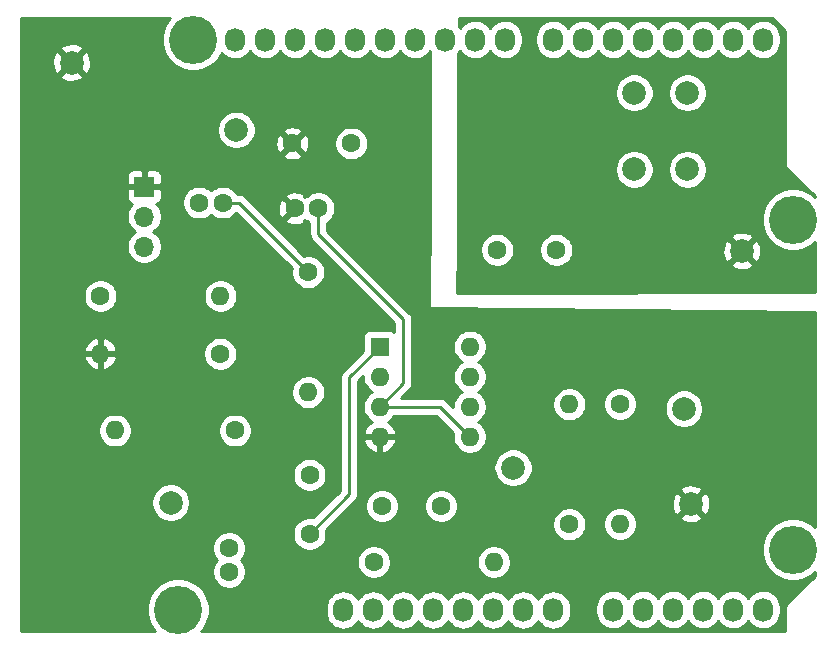
<source format=gbr>
%TF.GenerationSoftware,KiCad,Pcbnew,(5.1.9)-1*%
%TF.CreationDate,2021-05-23T14:15:34+02:00*%
%TF.ProjectId,NewRadar,4e657752-6164-4617-922e-6b696361645f,Radar_1v1.1*%
%TF.SameCoordinates,Original*%
%TF.FileFunction,Copper,L4,Bot*%
%TF.FilePolarity,Positive*%
%FSLAX46Y46*%
G04 Gerber Fmt 4.6, Leading zero omitted, Abs format (unit mm)*
G04 Created by KiCad (PCBNEW (5.1.9)-1) date 2021-05-23 14:15:34*
%MOMM*%
%LPD*%
G01*
G04 APERTURE LIST*
%TA.AperFunction,ComponentPad*%
%ADD10R,1.600000X1.600000*%
%TD*%
%TA.AperFunction,ComponentPad*%
%ADD11O,1.600000X1.600000*%
%TD*%
%TA.AperFunction,ComponentPad*%
%ADD12C,1.600000*%
%TD*%
%TA.AperFunction,ComponentPad*%
%ADD13R,1.700000X1.700000*%
%TD*%
%TA.AperFunction,ComponentPad*%
%ADD14O,1.700000X1.700000*%
%TD*%
%TA.AperFunction,ComponentPad*%
%ADD15O,1.727200X2.032000*%
%TD*%
%TA.AperFunction,ComponentPad*%
%ADD16C,4.064000*%
%TD*%
%TA.AperFunction,ComponentPad*%
%ADD17C,2.000000*%
%TD*%
%TA.AperFunction,Conductor*%
%ADD18C,0.250000*%
%TD*%
%TA.AperFunction,Conductor*%
%ADD19C,0.254000*%
%TD*%
%TA.AperFunction,Conductor*%
%ADD20C,0.100000*%
%TD*%
G04 APERTURE END LIST*
D10*
X142048000Y-101565000D03*
D11*
X149668000Y-109185000D03*
X142048000Y-104105000D03*
X149668000Y-106645000D03*
X142048000Y-106645000D03*
X149668000Y-104105000D03*
X142048000Y-109185000D03*
X149668000Y-101565000D03*
D12*
X135998000Y-95265000D03*
D11*
X135998000Y-105425000D03*
D13*
X122098000Y-88015000D03*
D14*
X122098000Y-90555000D03*
X122098000Y-93095000D03*
D12*
X139648000Y-84365000D03*
X134648000Y-84365000D03*
X147248000Y-115065000D03*
X142248000Y-115065000D03*
D15*
X161798000Y-123825000D03*
X164338000Y-123825000D03*
X166878000Y-123825000D03*
X169418000Y-123825000D03*
X171958000Y-123825000D03*
X174498000Y-123825000D03*
X129794000Y-75565000D03*
X132334000Y-75565000D03*
X134874000Y-75565000D03*
X137414000Y-75565000D03*
X139954000Y-75565000D03*
X142494000Y-75565000D03*
X145034000Y-75565000D03*
X147574000Y-75565000D03*
X150114000Y-75565000D03*
X152654000Y-75565000D03*
X156718000Y-75565000D03*
X159258000Y-75565000D03*
X161798000Y-75565000D03*
X164338000Y-75565000D03*
X166878000Y-75565000D03*
X169418000Y-75565000D03*
X171958000Y-75565000D03*
X174498000Y-75565000D03*
D16*
X124968000Y-123825000D03*
X177038000Y-118745000D03*
X126238000Y-75565000D03*
X177038000Y-90805000D03*
D12*
X136848000Y-89865000D03*
X134848000Y-89865000D03*
X126748000Y-89365000D03*
X128748000Y-89365000D03*
X136098000Y-117415000D03*
X136098000Y-112415000D03*
X129298000Y-118615000D03*
X129298000Y-120615000D03*
X118398000Y-97265000D03*
D11*
X128558000Y-97265000D03*
X118388000Y-102165000D03*
D12*
X128548000Y-102165000D03*
D11*
X119638000Y-108665000D03*
D12*
X129798000Y-108665000D03*
X141538000Y-119815000D03*
D11*
X151698000Y-119815000D03*
X162398000Y-116575000D03*
D12*
X162398000Y-106415000D03*
D17*
X163598000Y-80065000D03*
X168098000Y-80065000D03*
X163598000Y-86565000D03*
X168098000Y-86565000D03*
X129898000Y-83215000D03*
X115948000Y-77515000D03*
X153348000Y-111815000D03*
X168398000Y-114865000D03*
X124348000Y-114765000D03*
X167798000Y-106815000D03*
D12*
X158098000Y-116615000D03*
D11*
X158098000Y-106455000D03*
D15*
X138958000Y-123865000D03*
X141498000Y-123865000D03*
X144038000Y-123865000D03*
X146578000Y-123865000D03*
X149118000Y-123865000D03*
X151658000Y-123865000D03*
X154198000Y-123865000D03*
X156738000Y-123865000D03*
D17*
X172698000Y-93465000D03*
D12*
X151998000Y-93365000D03*
X156998000Y-93365000D03*
D18*
X128558000Y-102155000D02*
X128548000Y-102165000D01*
X152398000Y-111815000D02*
X153348000Y-111815000D01*
X147128000Y-106645000D02*
X149668000Y-109185000D01*
X142048000Y-106645000D02*
X147128000Y-106645000D01*
X136848000Y-89865000D02*
X136848000Y-92065000D01*
X136848000Y-92065000D02*
X144048000Y-99265000D01*
X144048000Y-104645000D02*
X142048000Y-106645000D01*
X144048000Y-99265000D02*
X144048000Y-104645000D01*
X130098000Y-89365000D02*
X135998000Y-95265000D01*
X128748000Y-89365000D02*
X130098000Y-89365000D01*
X136098000Y-117415000D02*
X139448000Y-114065000D01*
X139448000Y-104165000D02*
X142048000Y-101565000D01*
X139448000Y-114065000D02*
X139448000Y-104165000D01*
D19*
X124166406Y-73864887D02*
X123874536Y-74301702D01*
X123673492Y-74787065D01*
X123571000Y-75302323D01*
X123571000Y-75827677D01*
X123673492Y-76342935D01*
X123874536Y-76828298D01*
X124166406Y-77265113D01*
X124537887Y-77636594D01*
X124974702Y-77928464D01*
X125460065Y-78129508D01*
X125975323Y-78232000D01*
X126500677Y-78232000D01*
X127015935Y-78129508D01*
X127501298Y-77928464D01*
X127938113Y-77636594D01*
X128309594Y-77265113D01*
X128601464Y-76828298D01*
X128657001Y-76694219D01*
X128729203Y-76782197D01*
X128957395Y-76969469D01*
X129217737Y-77108625D01*
X129500224Y-77194316D01*
X129794000Y-77223251D01*
X130087777Y-77194316D01*
X130370264Y-77108625D01*
X130630606Y-76969469D01*
X130858797Y-76782197D01*
X131046069Y-76554006D01*
X131064000Y-76520459D01*
X131081931Y-76554006D01*
X131269203Y-76782197D01*
X131497395Y-76969469D01*
X131757737Y-77108625D01*
X132040224Y-77194316D01*
X132334000Y-77223251D01*
X132627777Y-77194316D01*
X132910264Y-77108625D01*
X133170606Y-76969469D01*
X133398797Y-76782197D01*
X133586069Y-76554006D01*
X133604000Y-76520459D01*
X133621931Y-76554006D01*
X133809203Y-76782197D01*
X134037395Y-76969469D01*
X134297737Y-77108625D01*
X134580224Y-77194316D01*
X134874000Y-77223251D01*
X135167777Y-77194316D01*
X135450264Y-77108625D01*
X135710606Y-76969469D01*
X135938797Y-76782197D01*
X136126069Y-76554006D01*
X136144000Y-76520459D01*
X136161931Y-76554006D01*
X136349203Y-76782197D01*
X136577395Y-76969469D01*
X136837737Y-77108625D01*
X137120224Y-77194316D01*
X137414000Y-77223251D01*
X137707777Y-77194316D01*
X137990264Y-77108625D01*
X138250606Y-76969469D01*
X138478797Y-76782197D01*
X138666069Y-76554006D01*
X138684000Y-76520459D01*
X138701931Y-76554006D01*
X138889203Y-76782197D01*
X139117395Y-76969469D01*
X139377737Y-77108625D01*
X139660224Y-77194316D01*
X139954000Y-77223251D01*
X140247777Y-77194316D01*
X140530264Y-77108625D01*
X140790606Y-76969469D01*
X141018797Y-76782197D01*
X141206069Y-76554006D01*
X141224000Y-76520459D01*
X141241931Y-76554006D01*
X141429203Y-76782197D01*
X141657395Y-76969469D01*
X141917737Y-77108625D01*
X142200224Y-77194316D01*
X142494000Y-77223251D01*
X142787777Y-77194316D01*
X143070264Y-77108625D01*
X143330606Y-76969469D01*
X143558797Y-76782197D01*
X143746069Y-76554006D01*
X143764000Y-76520459D01*
X143781931Y-76554006D01*
X143969203Y-76782197D01*
X144197395Y-76969469D01*
X144457737Y-77108625D01*
X144740224Y-77194316D01*
X145034000Y-77223251D01*
X145327777Y-77194316D01*
X145610264Y-77108625D01*
X145870606Y-76969469D01*
X146098797Y-76782197D01*
X146271000Y-76572368D01*
X146271000Y-80465000D01*
X146271002Y-80465698D01*
X146320995Y-89564408D01*
X146196013Y-98188160D01*
X146198094Y-98212969D01*
X146204975Y-98236895D01*
X146216392Y-98259020D01*
X146231906Y-98278492D01*
X146250920Y-98294563D01*
X146272704Y-98306616D01*
X146296421Y-98314188D01*
X146321759Y-98316994D01*
X178868001Y-98635115D01*
X178868000Y-116803293D01*
X178738113Y-116673406D01*
X178301298Y-116381536D01*
X177815935Y-116180492D01*
X177300677Y-116078000D01*
X176775323Y-116078000D01*
X176260065Y-116180492D01*
X175774702Y-116381536D01*
X175337887Y-116673406D01*
X174966406Y-117044887D01*
X174674536Y-117481702D01*
X174473492Y-117967065D01*
X174371000Y-118482323D01*
X174371000Y-119007677D01*
X174473492Y-119522935D01*
X174674536Y-120008298D01*
X174966406Y-120445113D01*
X175337887Y-120816594D01*
X175774702Y-121108464D01*
X176260065Y-121309508D01*
X176775323Y-121412000D01*
X177300677Y-121412000D01*
X177815935Y-121309508D01*
X178301298Y-121108464D01*
X178738113Y-120816594D01*
X178868000Y-120686707D01*
X178868000Y-120990908D01*
X176560617Y-123298292D01*
X176533526Y-123320525D01*
X176511293Y-123347616D01*
X176444801Y-123428637D01*
X176378872Y-123551981D01*
X176338274Y-123685816D01*
X176324565Y-123825000D01*
X176328001Y-123859885D01*
X176328000Y-125655000D01*
X126909707Y-125655000D01*
X127039594Y-125525113D01*
X127331464Y-125088298D01*
X127532508Y-124602935D01*
X127635000Y-124087677D01*
X127635000Y-123638982D01*
X137459400Y-123638982D01*
X137459400Y-124091019D01*
X137481084Y-124311177D01*
X137566775Y-124593664D01*
X137705931Y-124854006D01*
X137893203Y-125082197D01*
X138121395Y-125269469D01*
X138381737Y-125408625D01*
X138664224Y-125494316D01*
X138958000Y-125523251D01*
X139251777Y-125494316D01*
X139534264Y-125408625D01*
X139794606Y-125269469D01*
X140022797Y-125082197D01*
X140210069Y-124854006D01*
X140228000Y-124820459D01*
X140245931Y-124854006D01*
X140433203Y-125082197D01*
X140661395Y-125269469D01*
X140921737Y-125408625D01*
X141204224Y-125494316D01*
X141498000Y-125523251D01*
X141791777Y-125494316D01*
X142074264Y-125408625D01*
X142334606Y-125269469D01*
X142562797Y-125082197D01*
X142750069Y-124854006D01*
X142768000Y-124820459D01*
X142785931Y-124854006D01*
X142973203Y-125082197D01*
X143201395Y-125269469D01*
X143461737Y-125408625D01*
X143744224Y-125494316D01*
X144038000Y-125523251D01*
X144331777Y-125494316D01*
X144614264Y-125408625D01*
X144874606Y-125269469D01*
X145102797Y-125082197D01*
X145290069Y-124854006D01*
X145308000Y-124820459D01*
X145325931Y-124854006D01*
X145513203Y-125082197D01*
X145741395Y-125269469D01*
X146001737Y-125408625D01*
X146284224Y-125494316D01*
X146578000Y-125523251D01*
X146871777Y-125494316D01*
X147154264Y-125408625D01*
X147414606Y-125269469D01*
X147642797Y-125082197D01*
X147830069Y-124854006D01*
X147848000Y-124820459D01*
X147865931Y-124854006D01*
X148053203Y-125082197D01*
X148281395Y-125269469D01*
X148541737Y-125408625D01*
X148824224Y-125494316D01*
X149118000Y-125523251D01*
X149411777Y-125494316D01*
X149694264Y-125408625D01*
X149954606Y-125269469D01*
X150182797Y-125082197D01*
X150370069Y-124854006D01*
X150388000Y-124820459D01*
X150405931Y-124854006D01*
X150593203Y-125082197D01*
X150821395Y-125269469D01*
X151081737Y-125408625D01*
X151364224Y-125494316D01*
X151658000Y-125523251D01*
X151951777Y-125494316D01*
X152234264Y-125408625D01*
X152494606Y-125269469D01*
X152722797Y-125082197D01*
X152910069Y-124854006D01*
X152928000Y-124820459D01*
X152945931Y-124854006D01*
X153133203Y-125082197D01*
X153361395Y-125269469D01*
X153621737Y-125408625D01*
X153904224Y-125494316D01*
X154198000Y-125523251D01*
X154491777Y-125494316D01*
X154774264Y-125408625D01*
X155034606Y-125269469D01*
X155262797Y-125082197D01*
X155450069Y-124854006D01*
X155468000Y-124820459D01*
X155485931Y-124854006D01*
X155673203Y-125082197D01*
X155901395Y-125269469D01*
X156161737Y-125408625D01*
X156444224Y-125494316D01*
X156738000Y-125523251D01*
X157031777Y-125494316D01*
X157314264Y-125408625D01*
X157574606Y-125269469D01*
X157802797Y-125082197D01*
X157990069Y-124854006D01*
X158129225Y-124593663D01*
X158214916Y-124311176D01*
X158236600Y-124091018D01*
X158236600Y-123638981D01*
X158232661Y-123598982D01*
X160299400Y-123598982D01*
X160299400Y-124051019D01*
X160321084Y-124271177D01*
X160406775Y-124553664D01*
X160545931Y-124814006D01*
X160733203Y-125042197D01*
X160961395Y-125229469D01*
X161221737Y-125368625D01*
X161504224Y-125454316D01*
X161798000Y-125483251D01*
X162091777Y-125454316D01*
X162374264Y-125368625D01*
X162634606Y-125229469D01*
X162862797Y-125042197D01*
X163050069Y-124814006D01*
X163068000Y-124780459D01*
X163085931Y-124814006D01*
X163273203Y-125042197D01*
X163501395Y-125229469D01*
X163761737Y-125368625D01*
X164044224Y-125454316D01*
X164338000Y-125483251D01*
X164631777Y-125454316D01*
X164914264Y-125368625D01*
X165174606Y-125229469D01*
X165402797Y-125042197D01*
X165590069Y-124814006D01*
X165608000Y-124780459D01*
X165625931Y-124814006D01*
X165813203Y-125042197D01*
X166041395Y-125229469D01*
X166301737Y-125368625D01*
X166584224Y-125454316D01*
X166878000Y-125483251D01*
X167171777Y-125454316D01*
X167454264Y-125368625D01*
X167714606Y-125229469D01*
X167942797Y-125042197D01*
X168130069Y-124814006D01*
X168148000Y-124780459D01*
X168165931Y-124814006D01*
X168353203Y-125042197D01*
X168581395Y-125229469D01*
X168841737Y-125368625D01*
X169124224Y-125454316D01*
X169418000Y-125483251D01*
X169711777Y-125454316D01*
X169994264Y-125368625D01*
X170254606Y-125229469D01*
X170482797Y-125042197D01*
X170670069Y-124814006D01*
X170688000Y-124780459D01*
X170705931Y-124814006D01*
X170893203Y-125042197D01*
X171121395Y-125229469D01*
X171381737Y-125368625D01*
X171664224Y-125454316D01*
X171958000Y-125483251D01*
X172251777Y-125454316D01*
X172534264Y-125368625D01*
X172794606Y-125229469D01*
X173022797Y-125042197D01*
X173210069Y-124814006D01*
X173228000Y-124780459D01*
X173245931Y-124814006D01*
X173433203Y-125042197D01*
X173661395Y-125229469D01*
X173921737Y-125368625D01*
X174204224Y-125454316D01*
X174498000Y-125483251D01*
X174791777Y-125454316D01*
X175074264Y-125368625D01*
X175334606Y-125229469D01*
X175562797Y-125042197D01*
X175750069Y-124814006D01*
X175889225Y-124553663D01*
X175974916Y-124271176D01*
X175996600Y-124051018D01*
X175996600Y-123598981D01*
X175974916Y-123378823D01*
X175889225Y-123096336D01*
X175750069Y-122835994D01*
X175562797Y-122607803D01*
X175334605Y-122420531D01*
X175074263Y-122281375D01*
X174791776Y-122195684D01*
X174498000Y-122166749D01*
X174204223Y-122195684D01*
X173921736Y-122281375D01*
X173661394Y-122420531D01*
X173433203Y-122607803D01*
X173245931Y-122835995D01*
X173228000Y-122869541D01*
X173210069Y-122835994D01*
X173022797Y-122607803D01*
X172794605Y-122420531D01*
X172534263Y-122281375D01*
X172251776Y-122195684D01*
X171958000Y-122166749D01*
X171664223Y-122195684D01*
X171381736Y-122281375D01*
X171121394Y-122420531D01*
X170893203Y-122607803D01*
X170705931Y-122835995D01*
X170688000Y-122869541D01*
X170670069Y-122835994D01*
X170482797Y-122607803D01*
X170254605Y-122420531D01*
X169994263Y-122281375D01*
X169711776Y-122195684D01*
X169418000Y-122166749D01*
X169124223Y-122195684D01*
X168841736Y-122281375D01*
X168581394Y-122420531D01*
X168353203Y-122607803D01*
X168165931Y-122835995D01*
X168148000Y-122869541D01*
X168130069Y-122835994D01*
X167942797Y-122607803D01*
X167714605Y-122420531D01*
X167454263Y-122281375D01*
X167171776Y-122195684D01*
X166878000Y-122166749D01*
X166584223Y-122195684D01*
X166301736Y-122281375D01*
X166041394Y-122420531D01*
X165813203Y-122607803D01*
X165625931Y-122835995D01*
X165608000Y-122869541D01*
X165590069Y-122835994D01*
X165402797Y-122607803D01*
X165174605Y-122420531D01*
X164914263Y-122281375D01*
X164631776Y-122195684D01*
X164338000Y-122166749D01*
X164044223Y-122195684D01*
X163761736Y-122281375D01*
X163501394Y-122420531D01*
X163273203Y-122607803D01*
X163085931Y-122835995D01*
X163068000Y-122869541D01*
X163050069Y-122835994D01*
X162862797Y-122607803D01*
X162634605Y-122420531D01*
X162374263Y-122281375D01*
X162091776Y-122195684D01*
X161798000Y-122166749D01*
X161504223Y-122195684D01*
X161221736Y-122281375D01*
X160961394Y-122420531D01*
X160733203Y-122607803D01*
X160545931Y-122835995D01*
X160406775Y-123096337D01*
X160321084Y-123378824D01*
X160299400Y-123598982D01*
X158232661Y-123598982D01*
X158214916Y-123418823D01*
X158129225Y-123136336D01*
X157990069Y-122875994D01*
X157802797Y-122647803D01*
X157574605Y-122460531D01*
X157314263Y-122321375D01*
X157031776Y-122235684D01*
X156738000Y-122206749D01*
X156444223Y-122235684D01*
X156161736Y-122321375D01*
X155901394Y-122460531D01*
X155673203Y-122647803D01*
X155485931Y-122875995D01*
X155468000Y-122909541D01*
X155450069Y-122875994D01*
X155262797Y-122647803D01*
X155034605Y-122460531D01*
X154774263Y-122321375D01*
X154491776Y-122235684D01*
X154198000Y-122206749D01*
X153904223Y-122235684D01*
X153621736Y-122321375D01*
X153361394Y-122460531D01*
X153133203Y-122647803D01*
X152945931Y-122875995D01*
X152928000Y-122909541D01*
X152910069Y-122875994D01*
X152722797Y-122647803D01*
X152494605Y-122460531D01*
X152234263Y-122321375D01*
X151951776Y-122235684D01*
X151658000Y-122206749D01*
X151364223Y-122235684D01*
X151081736Y-122321375D01*
X150821394Y-122460531D01*
X150593203Y-122647803D01*
X150405931Y-122875995D01*
X150388000Y-122909541D01*
X150370069Y-122875994D01*
X150182797Y-122647803D01*
X149954605Y-122460531D01*
X149694263Y-122321375D01*
X149411776Y-122235684D01*
X149118000Y-122206749D01*
X148824223Y-122235684D01*
X148541736Y-122321375D01*
X148281394Y-122460531D01*
X148053203Y-122647803D01*
X147865931Y-122875995D01*
X147848000Y-122909541D01*
X147830069Y-122875994D01*
X147642797Y-122647803D01*
X147414605Y-122460531D01*
X147154263Y-122321375D01*
X146871776Y-122235684D01*
X146578000Y-122206749D01*
X146284223Y-122235684D01*
X146001736Y-122321375D01*
X145741394Y-122460531D01*
X145513203Y-122647803D01*
X145325931Y-122875995D01*
X145308000Y-122909541D01*
X145290069Y-122875994D01*
X145102797Y-122647803D01*
X144874605Y-122460531D01*
X144614263Y-122321375D01*
X144331776Y-122235684D01*
X144038000Y-122206749D01*
X143744223Y-122235684D01*
X143461736Y-122321375D01*
X143201394Y-122460531D01*
X142973203Y-122647803D01*
X142785931Y-122875995D01*
X142768000Y-122909541D01*
X142750069Y-122875994D01*
X142562797Y-122647803D01*
X142334605Y-122460531D01*
X142074263Y-122321375D01*
X141791776Y-122235684D01*
X141498000Y-122206749D01*
X141204223Y-122235684D01*
X140921736Y-122321375D01*
X140661394Y-122460531D01*
X140433203Y-122647803D01*
X140245931Y-122875995D01*
X140228000Y-122909541D01*
X140210069Y-122875994D01*
X140022797Y-122647803D01*
X139794605Y-122460531D01*
X139534263Y-122321375D01*
X139251776Y-122235684D01*
X138958000Y-122206749D01*
X138664223Y-122235684D01*
X138381736Y-122321375D01*
X138121394Y-122460531D01*
X137893203Y-122647803D01*
X137705931Y-122875995D01*
X137566775Y-123136337D01*
X137481084Y-123418824D01*
X137459400Y-123638982D01*
X127635000Y-123638982D01*
X127635000Y-123562323D01*
X127532508Y-123047065D01*
X127331464Y-122561702D01*
X127039594Y-122124887D01*
X126668113Y-121753406D01*
X126231298Y-121461536D01*
X125745935Y-121260492D01*
X125230677Y-121158000D01*
X124705323Y-121158000D01*
X124190065Y-121260492D01*
X123704702Y-121461536D01*
X123267887Y-121753406D01*
X122896406Y-122124887D01*
X122604536Y-122561702D01*
X122403492Y-123047065D01*
X122301000Y-123562323D01*
X122301000Y-124087677D01*
X122403492Y-124602935D01*
X122604536Y-125088298D01*
X122896406Y-125525113D01*
X123026293Y-125655000D01*
X111708000Y-125655000D01*
X111708000Y-118473665D01*
X127863000Y-118473665D01*
X127863000Y-118756335D01*
X127918147Y-119033574D01*
X128026320Y-119294727D01*
X128183363Y-119529759D01*
X128268604Y-119615000D01*
X128183363Y-119700241D01*
X128026320Y-119935273D01*
X127918147Y-120196426D01*
X127863000Y-120473665D01*
X127863000Y-120756335D01*
X127918147Y-121033574D01*
X128026320Y-121294727D01*
X128183363Y-121529759D01*
X128383241Y-121729637D01*
X128618273Y-121886680D01*
X128879426Y-121994853D01*
X129156665Y-122050000D01*
X129439335Y-122050000D01*
X129716574Y-121994853D01*
X129977727Y-121886680D01*
X130212759Y-121729637D01*
X130412637Y-121529759D01*
X130569680Y-121294727D01*
X130677853Y-121033574D01*
X130733000Y-120756335D01*
X130733000Y-120473665D01*
X130677853Y-120196426D01*
X130569680Y-119935273D01*
X130412637Y-119700241D01*
X130386061Y-119673665D01*
X140103000Y-119673665D01*
X140103000Y-119956335D01*
X140158147Y-120233574D01*
X140266320Y-120494727D01*
X140423363Y-120729759D01*
X140623241Y-120929637D01*
X140858273Y-121086680D01*
X141119426Y-121194853D01*
X141396665Y-121250000D01*
X141679335Y-121250000D01*
X141956574Y-121194853D01*
X142217727Y-121086680D01*
X142452759Y-120929637D01*
X142652637Y-120729759D01*
X142809680Y-120494727D01*
X142917853Y-120233574D01*
X142973000Y-119956335D01*
X142973000Y-119673665D01*
X150263000Y-119673665D01*
X150263000Y-119956335D01*
X150318147Y-120233574D01*
X150426320Y-120494727D01*
X150583363Y-120729759D01*
X150783241Y-120929637D01*
X151018273Y-121086680D01*
X151279426Y-121194853D01*
X151556665Y-121250000D01*
X151839335Y-121250000D01*
X152116574Y-121194853D01*
X152377727Y-121086680D01*
X152612759Y-120929637D01*
X152812637Y-120729759D01*
X152969680Y-120494727D01*
X153077853Y-120233574D01*
X153133000Y-119956335D01*
X153133000Y-119673665D01*
X153077853Y-119396426D01*
X152969680Y-119135273D01*
X152812637Y-118900241D01*
X152612759Y-118700363D01*
X152377727Y-118543320D01*
X152116574Y-118435147D01*
X151839335Y-118380000D01*
X151556665Y-118380000D01*
X151279426Y-118435147D01*
X151018273Y-118543320D01*
X150783241Y-118700363D01*
X150583363Y-118900241D01*
X150426320Y-119135273D01*
X150318147Y-119396426D01*
X150263000Y-119673665D01*
X142973000Y-119673665D01*
X142917853Y-119396426D01*
X142809680Y-119135273D01*
X142652637Y-118900241D01*
X142452759Y-118700363D01*
X142217727Y-118543320D01*
X141956574Y-118435147D01*
X141679335Y-118380000D01*
X141396665Y-118380000D01*
X141119426Y-118435147D01*
X140858273Y-118543320D01*
X140623241Y-118700363D01*
X140423363Y-118900241D01*
X140266320Y-119135273D01*
X140158147Y-119396426D01*
X140103000Y-119673665D01*
X130386061Y-119673665D01*
X130327396Y-119615000D01*
X130412637Y-119529759D01*
X130569680Y-119294727D01*
X130677853Y-119033574D01*
X130733000Y-118756335D01*
X130733000Y-118473665D01*
X130677853Y-118196426D01*
X130569680Y-117935273D01*
X130412637Y-117700241D01*
X130212759Y-117500363D01*
X129977727Y-117343320D01*
X129716574Y-117235147D01*
X129439335Y-117180000D01*
X129156665Y-117180000D01*
X128879426Y-117235147D01*
X128618273Y-117343320D01*
X128383241Y-117500363D01*
X128183363Y-117700241D01*
X128026320Y-117935273D01*
X127918147Y-118196426D01*
X127863000Y-118473665D01*
X111708000Y-118473665D01*
X111708000Y-114603967D01*
X122713000Y-114603967D01*
X122713000Y-114926033D01*
X122775832Y-115241912D01*
X122899082Y-115539463D01*
X123078013Y-115807252D01*
X123305748Y-116034987D01*
X123573537Y-116213918D01*
X123871088Y-116337168D01*
X124186967Y-116400000D01*
X124509033Y-116400000D01*
X124824912Y-116337168D01*
X125122463Y-116213918D01*
X125390252Y-116034987D01*
X125617987Y-115807252D01*
X125796918Y-115539463D01*
X125920168Y-115241912D01*
X125983000Y-114926033D01*
X125983000Y-114603967D01*
X125920168Y-114288088D01*
X125796918Y-113990537D01*
X125617987Y-113722748D01*
X125390252Y-113495013D01*
X125122463Y-113316082D01*
X124824912Y-113192832D01*
X124509033Y-113130000D01*
X124186967Y-113130000D01*
X123871088Y-113192832D01*
X123573537Y-113316082D01*
X123305748Y-113495013D01*
X123078013Y-113722748D01*
X122899082Y-113990537D01*
X122775832Y-114288088D01*
X122713000Y-114603967D01*
X111708000Y-114603967D01*
X111708000Y-112273665D01*
X134663000Y-112273665D01*
X134663000Y-112556335D01*
X134718147Y-112833574D01*
X134826320Y-113094727D01*
X134983363Y-113329759D01*
X135183241Y-113529637D01*
X135418273Y-113686680D01*
X135679426Y-113794853D01*
X135956665Y-113850000D01*
X136239335Y-113850000D01*
X136516574Y-113794853D01*
X136777727Y-113686680D01*
X137012759Y-113529637D01*
X137212637Y-113329759D01*
X137369680Y-113094727D01*
X137477853Y-112833574D01*
X137533000Y-112556335D01*
X137533000Y-112273665D01*
X137477853Y-111996426D01*
X137369680Y-111735273D01*
X137212637Y-111500241D01*
X137012759Y-111300363D01*
X136777727Y-111143320D01*
X136516574Y-111035147D01*
X136239335Y-110980000D01*
X135956665Y-110980000D01*
X135679426Y-111035147D01*
X135418273Y-111143320D01*
X135183241Y-111300363D01*
X134983363Y-111500241D01*
X134826320Y-111735273D01*
X134718147Y-111996426D01*
X134663000Y-112273665D01*
X111708000Y-112273665D01*
X111708000Y-108523665D01*
X118203000Y-108523665D01*
X118203000Y-108806335D01*
X118258147Y-109083574D01*
X118366320Y-109344727D01*
X118523363Y-109579759D01*
X118723241Y-109779637D01*
X118958273Y-109936680D01*
X119219426Y-110044853D01*
X119496665Y-110100000D01*
X119779335Y-110100000D01*
X120056574Y-110044853D01*
X120317727Y-109936680D01*
X120552759Y-109779637D01*
X120752637Y-109579759D01*
X120909680Y-109344727D01*
X121017853Y-109083574D01*
X121073000Y-108806335D01*
X121073000Y-108523665D01*
X128363000Y-108523665D01*
X128363000Y-108806335D01*
X128418147Y-109083574D01*
X128526320Y-109344727D01*
X128683363Y-109579759D01*
X128883241Y-109779637D01*
X129118273Y-109936680D01*
X129379426Y-110044853D01*
X129656665Y-110100000D01*
X129939335Y-110100000D01*
X130216574Y-110044853D01*
X130477727Y-109936680D01*
X130712759Y-109779637D01*
X130912637Y-109579759D01*
X131069680Y-109344727D01*
X131177853Y-109083574D01*
X131233000Y-108806335D01*
X131233000Y-108523665D01*
X131177853Y-108246426D01*
X131069680Y-107985273D01*
X130912637Y-107750241D01*
X130712759Y-107550363D01*
X130477727Y-107393320D01*
X130216574Y-107285147D01*
X129939335Y-107230000D01*
X129656665Y-107230000D01*
X129379426Y-107285147D01*
X129118273Y-107393320D01*
X128883241Y-107550363D01*
X128683363Y-107750241D01*
X128526320Y-107985273D01*
X128418147Y-108246426D01*
X128363000Y-108523665D01*
X121073000Y-108523665D01*
X121017853Y-108246426D01*
X120909680Y-107985273D01*
X120752637Y-107750241D01*
X120552759Y-107550363D01*
X120317727Y-107393320D01*
X120056574Y-107285147D01*
X119779335Y-107230000D01*
X119496665Y-107230000D01*
X119219426Y-107285147D01*
X118958273Y-107393320D01*
X118723241Y-107550363D01*
X118523363Y-107750241D01*
X118366320Y-107985273D01*
X118258147Y-108246426D01*
X118203000Y-108523665D01*
X111708000Y-108523665D01*
X111708000Y-105283665D01*
X134563000Y-105283665D01*
X134563000Y-105566335D01*
X134618147Y-105843574D01*
X134726320Y-106104727D01*
X134883363Y-106339759D01*
X135083241Y-106539637D01*
X135318273Y-106696680D01*
X135579426Y-106804853D01*
X135856665Y-106860000D01*
X136139335Y-106860000D01*
X136416574Y-106804853D01*
X136677727Y-106696680D01*
X136912759Y-106539637D01*
X137112637Y-106339759D01*
X137269680Y-106104727D01*
X137377853Y-105843574D01*
X137433000Y-105566335D01*
X137433000Y-105283665D01*
X137377853Y-105006426D01*
X137269680Y-104745273D01*
X137112637Y-104510241D01*
X136912759Y-104310363D01*
X136677727Y-104153320D01*
X136416574Y-104045147D01*
X136139335Y-103990000D01*
X135856665Y-103990000D01*
X135579426Y-104045147D01*
X135318273Y-104153320D01*
X135083241Y-104310363D01*
X134883363Y-104510241D01*
X134726320Y-104745273D01*
X134618147Y-105006426D01*
X134563000Y-105283665D01*
X111708000Y-105283665D01*
X111708000Y-102514039D01*
X116996096Y-102514039D01*
X117036754Y-102648087D01*
X117156963Y-102902420D01*
X117324481Y-103128414D01*
X117532869Y-103317385D01*
X117774119Y-103462070D01*
X118038960Y-103556909D01*
X118261000Y-103435624D01*
X118261000Y-102292000D01*
X118515000Y-102292000D01*
X118515000Y-103435624D01*
X118737040Y-103556909D01*
X119001881Y-103462070D01*
X119243131Y-103317385D01*
X119451519Y-103128414D01*
X119619037Y-102902420D01*
X119739246Y-102648087D01*
X119779904Y-102514039D01*
X119657915Y-102292000D01*
X118515000Y-102292000D01*
X118261000Y-102292000D01*
X117118085Y-102292000D01*
X116996096Y-102514039D01*
X111708000Y-102514039D01*
X111708000Y-101815961D01*
X116996096Y-101815961D01*
X117118085Y-102038000D01*
X118261000Y-102038000D01*
X118261000Y-100894376D01*
X118515000Y-100894376D01*
X118515000Y-102038000D01*
X119657915Y-102038000D01*
X119665790Y-102023665D01*
X127113000Y-102023665D01*
X127113000Y-102306335D01*
X127168147Y-102583574D01*
X127276320Y-102844727D01*
X127433363Y-103079759D01*
X127633241Y-103279637D01*
X127868273Y-103436680D01*
X128129426Y-103544853D01*
X128406665Y-103600000D01*
X128689335Y-103600000D01*
X128966574Y-103544853D01*
X129227727Y-103436680D01*
X129462759Y-103279637D01*
X129662637Y-103079759D01*
X129819680Y-102844727D01*
X129927853Y-102583574D01*
X129983000Y-102306335D01*
X129983000Y-102023665D01*
X129927853Y-101746426D01*
X129819680Y-101485273D01*
X129662637Y-101250241D01*
X129462759Y-101050363D01*
X129227727Y-100893320D01*
X128966574Y-100785147D01*
X128689335Y-100730000D01*
X128406665Y-100730000D01*
X128129426Y-100785147D01*
X127868273Y-100893320D01*
X127633241Y-101050363D01*
X127433363Y-101250241D01*
X127276320Y-101485273D01*
X127168147Y-101746426D01*
X127113000Y-102023665D01*
X119665790Y-102023665D01*
X119779904Y-101815961D01*
X119739246Y-101681913D01*
X119619037Y-101427580D01*
X119451519Y-101201586D01*
X119243131Y-101012615D01*
X119001881Y-100867930D01*
X118737040Y-100773091D01*
X118515000Y-100894376D01*
X118261000Y-100894376D01*
X118038960Y-100773091D01*
X117774119Y-100867930D01*
X117532869Y-101012615D01*
X117324481Y-101201586D01*
X117156963Y-101427580D01*
X117036754Y-101681913D01*
X116996096Y-101815961D01*
X111708000Y-101815961D01*
X111708000Y-97123665D01*
X116963000Y-97123665D01*
X116963000Y-97406335D01*
X117018147Y-97683574D01*
X117126320Y-97944727D01*
X117283363Y-98179759D01*
X117483241Y-98379637D01*
X117718273Y-98536680D01*
X117979426Y-98644853D01*
X118256665Y-98700000D01*
X118539335Y-98700000D01*
X118816574Y-98644853D01*
X119077727Y-98536680D01*
X119312759Y-98379637D01*
X119512637Y-98179759D01*
X119669680Y-97944727D01*
X119777853Y-97683574D01*
X119833000Y-97406335D01*
X119833000Y-97123665D01*
X127123000Y-97123665D01*
X127123000Y-97406335D01*
X127178147Y-97683574D01*
X127286320Y-97944727D01*
X127443363Y-98179759D01*
X127643241Y-98379637D01*
X127878273Y-98536680D01*
X128139426Y-98644853D01*
X128416665Y-98700000D01*
X128699335Y-98700000D01*
X128976574Y-98644853D01*
X129237727Y-98536680D01*
X129472759Y-98379637D01*
X129672637Y-98179759D01*
X129829680Y-97944727D01*
X129937853Y-97683574D01*
X129993000Y-97406335D01*
X129993000Y-97123665D01*
X129937853Y-96846426D01*
X129829680Y-96585273D01*
X129672637Y-96350241D01*
X129472759Y-96150363D01*
X129237727Y-95993320D01*
X128976574Y-95885147D01*
X128699335Y-95830000D01*
X128416665Y-95830000D01*
X128139426Y-95885147D01*
X127878273Y-95993320D01*
X127643241Y-96150363D01*
X127443363Y-96350241D01*
X127286320Y-96585273D01*
X127178147Y-96846426D01*
X127123000Y-97123665D01*
X119833000Y-97123665D01*
X119777853Y-96846426D01*
X119669680Y-96585273D01*
X119512637Y-96350241D01*
X119312759Y-96150363D01*
X119077727Y-95993320D01*
X118816574Y-95885147D01*
X118539335Y-95830000D01*
X118256665Y-95830000D01*
X117979426Y-95885147D01*
X117718273Y-95993320D01*
X117483241Y-96150363D01*
X117283363Y-96350241D01*
X117126320Y-96585273D01*
X117018147Y-96846426D01*
X116963000Y-97123665D01*
X111708000Y-97123665D01*
X111708000Y-88865000D01*
X120609928Y-88865000D01*
X120622188Y-88989482D01*
X120658498Y-89109180D01*
X120717463Y-89219494D01*
X120796815Y-89316185D01*
X120893506Y-89395537D01*
X121003820Y-89454502D01*
X121076380Y-89476513D01*
X120944525Y-89608368D01*
X120782010Y-89851589D01*
X120670068Y-90121842D01*
X120613000Y-90408740D01*
X120613000Y-90701260D01*
X120670068Y-90988158D01*
X120782010Y-91258411D01*
X120944525Y-91501632D01*
X121151368Y-91708475D01*
X121325760Y-91825000D01*
X121151368Y-91941525D01*
X120944525Y-92148368D01*
X120782010Y-92391589D01*
X120670068Y-92661842D01*
X120613000Y-92948740D01*
X120613000Y-93241260D01*
X120670068Y-93528158D01*
X120782010Y-93798411D01*
X120944525Y-94041632D01*
X121151368Y-94248475D01*
X121394589Y-94410990D01*
X121664842Y-94522932D01*
X121951740Y-94580000D01*
X122244260Y-94580000D01*
X122531158Y-94522932D01*
X122801411Y-94410990D01*
X123044632Y-94248475D01*
X123251475Y-94041632D01*
X123413990Y-93798411D01*
X123525932Y-93528158D01*
X123583000Y-93241260D01*
X123583000Y-92948740D01*
X123525932Y-92661842D01*
X123413990Y-92391589D01*
X123251475Y-92148368D01*
X123044632Y-91941525D01*
X122870240Y-91825000D01*
X123044632Y-91708475D01*
X123251475Y-91501632D01*
X123413990Y-91258411D01*
X123525932Y-90988158D01*
X123583000Y-90701260D01*
X123583000Y-90408740D01*
X123525932Y-90121842D01*
X123413990Y-89851589D01*
X123251475Y-89608368D01*
X123119620Y-89476513D01*
X123192180Y-89454502D01*
X123302494Y-89395537D01*
X123399185Y-89316185D01*
X123475113Y-89223665D01*
X125313000Y-89223665D01*
X125313000Y-89506335D01*
X125368147Y-89783574D01*
X125476320Y-90044727D01*
X125633363Y-90279759D01*
X125833241Y-90479637D01*
X126068273Y-90636680D01*
X126329426Y-90744853D01*
X126606665Y-90800000D01*
X126889335Y-90800000D01*
X127166574Y-90744853D01*
X127427727Y-90636680D01*
X127662759Y-90479637D01*
X127748000Y-90394396D01*
X127833241Y-90479637D01*
X128068273Y-90636680D01*
X128329426Y-90744853D01*
X128606665Y-90800000D01*
X128889335Y-90800000D01*
X129166574Y-90744853D01*
X129427727Y-90636680D01*
X129662759Y-90479637D01*
X129862637Y-90279759D01*
X129892806Y-90234607D01*
X134599312Y-94941114D01*
X134563000Y-95123665D01*
X134563000Y-95406335D01*
X134618147Y-95683574D01*
X134726320Y-95944727D01*
X134883363Y-96179759D01*
X135083241Y-96379637D01*
X135318273Y-96536680D01*
X135579426Y-96644853D01*
X135856665Y-96700000D01*
X136139335Y-96700000D01*
X136416574Y-96644853D01*
X136677727Y-96536680D01*
X136912759Y-96379637D01*
X137112637Y-96179759D01*
X137269680Y-95944727D01*
X137377853Y-95683574D01*
X137433000Y-95406335D01*
X137433000Y-95123665D01*
X137377853Y-94846426D01*
X137269680Y-94585273D01*
X137112637Y-94350241D01*
X136912759Y-94150363D01*
X136677727Y-93993320D01*
X136416574Y-93885147D01*
X136139335Y-93830000D01*
X135856665Y-93830000D01*
X135674114Y-93866312D01*
X131743314Y-89935512D01*
X133407783Y-89935512D01*
X133449213Y-90215130D01*
X133544397Y-90481292D01*
X133611329Y-90606514D01*
X133855298Y-90678097D01*
X134668395Y-89865000D01*
X133855298Y-89051903D01*
X133611329Y-89123486D01*
X133490429Y-89378996D01*
X133421700Y-89653184D01*
X133407783Y-89935512D01*
X131743314Y-89935512D01*
X130680100Y-88872298D01*
X134034903Y-88872298D01*
X134848000Y-89685395D01*
X134862143Y-89671253D01*
X135041748Y-89850858D01*
X135027605Y-89865000D01*
X135041748Y-89879143D01*
X134862143Y-90058748D01*
X134848000Y-90044605D01*
X134034903Y-90857702D01*
X134106486Y-91101671D01*
X134361996Y-91222571D01*
X134636184Y-91291300D01*
X134918512Y-91305217D01*
X135198130Y-91263787D01*
X135464292Y-91168603D01*
X135589514Y-91101671D01*
X135661097Y-90857704D01*
X135777370Y-90973977D01*
X135852476Y-90898872D01*
X135933241Y-90979637D01*
X136088001Y-91083044D01*
X136088001Y-92027668D01*
X136084324Y-92065000D01*
X136098998Y-92213985D01*
X136142454Y-92357246D01*
X136213026Y-92489276D01*
X136284201Y-92576002D01*
X136308000Y-92605001D01*
X136336998Y-92628799D01*
X143288000Y-99579802D01*
X143288000Y-100304636D01*
X143202494Y-100234463D01*
X143092180Y-100175498D01*
X142972482Y-100139188D01*
X142848000Y-100126928D01*
X141248000Y-100126928D01*
X141123518Y-100139188D01*
X141003820Y-100175498D01*
X140893506Y-100234463D01*
X140796815Y-100313815D01*
X140717463Y-100410506D01*
X140658498Y-100520820D01*
X140622188Y-100640518D01*
X140609928Y-100765000D01*
X140609928Y-101928270D01*
X138936998Y-103601201D01*
X138908000Y-103624999D01*
X138884202Y-103653997D01*
X138884201Y-103653998D01*
X138813026Y-103740724D01*
X138742454Y-103872754D01*
X138722222Y-103939454D01*
X138700815Y-104010026D01*
X138698998Y-104016015D01*
X138684324Y-104165000D01*
X138688001Y-104202332D01*
X138688000Y-113750197D01*
X136421886Y-116016312D01*
X136239335Y-115980000D01*
X135956665Y-115980000D01*
X135679426Y-116035147D01*
X135418273Y-116143320D01*
X135183241Y-116300363D01*
X134983363Y-116500241D01*
X134826320Y-116735273D01*
X134718147Y-116996426D01*
X134663000Y-117273665D01*
X134663000Y-117556335D01*
X134718147Y-117833574D01*
X134826320Y-118094727D01*
X134983363Y-118329759D01*
X135183241Y-118529637D01*
X135418273Y-118686680D01*
X135679426Y-118794853D01*
X135956665Y-118850000D01*
X136239335Y-118850000D01*
X136516574Y-118794853D01*
X136777727Y-118686680D01*
X137012759Y-118529637D01*
X137212637Y-118329759D01*
X137369680Y-118094727D01*
X137477853Y-117833574D01*
X137533000Y-117556335D01*
X137533000Y-117273665D01*
X137496688Y-117091114D01*
X139664137Y-114923665D01*
X140813000Y-114923665D01*
X140813000Y-115206335D01*
X140868147Y-115483574D01*
X140976320Y-115744727D01*
X141133363Y-115979759D01*
X141333241Y-116179637D01*
X141568273Y-116336680D01*
X141829426Y-116444853D01*
X142106665Y-116500000D01*
X142389335Y-116500000D01*
X142666574Y-116444853D01*
X142927727Y-116336680D01*
X143162759Y-116179637D01*
X143362637Y-115979759D01*
X143519680Y-115744727D01*
X143627853Y-115483574D01*
X143683000Y-115206335D01*
X143683000Y-114923665D01*
X145813000Y-114923665D01*
X145813000Y-115206335D01*
X145868147Y-115483574D01*
X145976320Y-115744727D01*
X146133363Y-115979759D01*
X146333241Y-116179637D01*
X146568273Y-116336680D01*
X146829426Y-116444853D01*
X147106665Y-116500000D01*
X147389335Y-116500000D01*
X147521728Y-116473665D01*
X156663000Y-116473665D01*
X156663000Y-116756335D01*
X156718147Y-117033574D01*
X156826320Y-117294727D01*
X156983363Y-117529759D01*
X157183241Y-117729637D01*
X157418273Y-117886680D01*
X157679426Y-117994853D01*
X157956665Y-118050000D01*
X158239335Y-118050000D01*
X158516574Y-117994853D01*
X158777727Y-117886680D01*
X159012759Y-117729637D01*
X159212637Y-117529759D01*
X159369680Y-117294727D01*
X159477853Y-117033574D01*
X159533000Y-116756335D01*
X159533000Y-116473665D01*
X159525044Y-116433665D01*
X160963000Y-116433665D01*
X160963000Y-116716335D01*
X161018147Y-116993574D01*
X161126320Y-117254727D01*
X161283363Y-117489759D01*
X161483241Y-117689637D01*
X161718273Y-117846680D01*
X161979426Y-117954853D01*
X162256665Y-118010000D01*
X162539335Y-118010000D01*
X162816574Y-117954853D01*
X163077727Y-117846680D01*
X163312759Y-117689637D01*
X163512637Y-117489759D01*
X163669680Y-117254727D01*
X163777853Y-116993574D01*
X163833000Y-116716335D01*
X163833000Y-116433665D01*
X163777853Y-116156426D01*
X163713231Y-116000413D01*
X167442192Y-116000413D01*
X167537956Y-116264814D01*
X167827571Y-116405704D01*
X168139108Y-116487384D01*
X168460595Y-116506718D01*
X168779675Y-116462961D01*
X169084088Y-116357795D01*
X169258044Y-116264814D01*
X169353808Y-116000413D01*
X168398000Y-115044605D01*
X167442192Y-116000413D01*
X163713231Y-116000413D01*
X163669680Y-115895273D01*
X163512637Y-115660241D01*
X163312759Y-115460363D01*
X163077727Y-115303320D01*
X162816574Y-115195147D01*
X162539335Y-115140000D01*
X162256665Y-115140000D01*
X161979426Y-115195147D01*
X161718273Y-115303320D01*
X161483241Y-115460363D01*
X161283363Y-115660241D01*
X161126320Y-115895273D01*
X161018147Y-116156426D01*
X160963000Y-116433665D01*
X159525044Y-116433665D01*
X159477853Y-116196426D01*
X159369680Y-115935273D01*
X159212637Y-115700241D01*
X159012759Y-115500363D01*
X158777727Y-115343320D01*
X158516574Y-115235147D01*
X158239335Y-115180000D01*
X157956665Y-115180000D01*
X157679426Y-115235147D01*
X157418273Y-115343320D01*
X157183241Y-115500363D01*
X156983363Y-115700241D01*
X156826320Y-115935273D01*
X156718147Y-116196426D01*
X156663000Y-116473665D01*
X147521728Y-116473665D01*
X147666574Y-116444853D01*
X147927727Y-116336680D01*
X148162759Y-116179637D01*
X148362637Y-115979759D01*
X148519680Y-115744727D01*
X148627853Y-115483574D01*
X148683000Y-115206335D01*
X148683000Y-114927595D01*
X166756282Y-114927595D01*
X166800039Y-115246675D01*
X166905205Y-115551088D01*
X166998186Y-115725044D01*
X167262587Y-115820808D01*
X168218395Y-114865000D01*
X168577605Y-114865000D01*
X169533413Y-115820808D01*
X169797814Y-115725044D01*
X169938704Y-115435429D01*
X170020384Y-115123892D01*
X170039718Y-114802405D01*
X169995961Y-114483325D01*
X169890795Y-114178912D01*
X169797814Y-114004956D01*
X169533413Y-113909192D01*
X168577605Y-114865000D01*
X168218395Y-114865000D01*
X167262587Y-113909192D01*
X166998186Y-114004956D01*
X166857296Y-114294571D01*
X166775616Y-114606108D01*
X166756282Y-114927595D01*
X148683000Y-114927595D01*
X148683000Y-114923665D01*
X148627853Y-114646426D01*
X148519680Y-114385273D01*
X148362637Y-114150241D01*
X148162759Y-113950363D01*
X147927727Y-113793320D01*
X147773862Y-113729587D01*
X167442192Y-113729587D01*
X168398000Y-114685395D01*
X169353808Y-113729587D01*
X169258044Y-113465186D01*
X168968429Y-113324296D01*
X168656892Y-113242616D01*
X168335405Y-113223282D01*
X168016325Y-113267039D01*
X167711912Y-113372205D01*
X167537956Y-113465186D01*
X167442192Y-113729587D01*
X147773862Y-113729587D01*
X147666574Y-113685147D01*
X147389335Y-113630000D01*
X147106665Y-113630000D01*
X146829426Y-113685147D01*
X146568273Y-113793320D01*
X146333241Y-113950363D01*
X146133363Y-114150241D01*
X145976320Y-114385273D01*
X145868147Y-114646426D01*
X145813000Y-114923665D01*
X143683000Y-114923665D01*
X143627853Y-114646426D01*
X143519680Y-114385273D01*
X143362637Y-114150241D01*
X143162759Y-113950363D01*
X142927727Y-113793320D01*
X142666574Y-113685147D01*
X142389335Y-113630000D01*
X142106665Y-113630000D01*
X141829426Y-113685147D01*
X141568273Y-113793320D01*
X141333241Y-113950363D01*
X141133363Y-114150241D01*
X140976320Y-114385273D01*
X140868147Y-114646426D01*
X140813000Y-114923665D01*
X139664137Y-114923665D01*
X139959009Y-114628794D01*
X139988001Y-114605001D01*
X140011795Y-114576008D01*
X140011799Y-114576004D01*
X140082973Y-114489277D01*
X140082974Y-114489276D01*
X140153546Y-114357247D01*
X140197003Y-114213986D01*
X140208000Y-114102333D01*
X140208000Y-114102324D01*
X140211676Y-114065001D01*
X140208000Y-114027678D01*
X140208000Y-111815000D01*
X151634323Y-111815000D01*
X151648997Y-111963986D01*
X151692454Y-112107247D01*
X151763026Y-112239276D01*
X151766109Y-112243033D01*
X151775832Y-112291912D01*
X151899082Y-112589463D01*
X152078013Y-112857252D01*
X152305748Y-113084987D01*
X152573537Y-113263918D01*
X152871088Y-113387168D01*
X153186967Y-113450000D01*
X153509033Y-113450000D01*
X153824912Y-113387168D01*
X154122463Y-113263918D01*
X154390252Y-113084987D01*
X154617987Y-112857252D01*
X154796918Y-112589463D01*
X154920168Y-112291912D01*
X154983000Y-111976033D01*
X154983000Y-111653967D01*
X154920168Y-111338088D01*
X154796918Y-111040537D01*
X154617987Y-110772748D01*
X154390252Y-110545013D01*
X154122463Y-110366082D01*
X153824912Y-110242832D01*
X153509033Y-110180000D01*
X153186967Y-110180000D01*
X152871088Y-110242832D01*
X152573537Y-110366082D01*
X152305748Y-110545013D01*
X152078013Y-110772748D01*
X151899082Y-111040537D01*
X151775832Y-111338088D01*
X151766109Y-111386967D01*
X151763026Y-111390724D01*
X151692454Y-111522753D01*
X151648997Y-111666014D01*
X151634323Y-111815000D01*
X140208000Y-111815000D01*
X140208000Y-109534039D01*
X140656096Y-109534039D01*
X140696754Y-109668087D01*
X140816963Y-109922420D01*
X140984481Y-110148414D01*
X141192869Y-110337385D01*
X141434119Y-110482070D01*
X141698960Y-110576909D01*
X141921000Y-110455624D01*
X141921000Y-109312000D01*
X142175000Y-109312000D01*
X142175000Y-110455624D01*
X142397040Y-110576909D01*
X142661881Y-110482070D01*
X142903131Y-110337385D01*
X143111519Y-110148414D01*
X143279037Y-109922420D01*
X143399246Y-109668087D01*
X143439904Y-109534039D01*
X143317915Y-109312000D01*
X142175000Y-109312000D01*
X141921000Y-109312000D01*
X140778085Y-109312000D01*
X140656096Y-109534039D01*
X140208000Y-109534039D01*
X140208000Y-104479801D01*
X140613000Y-104074801D01*
X140613000Y-104246335D01*
X140668147Y-104523574D01*
X140776320Y-104784727D01*
X140933363Y-105019759D01*
X141133241Y-105219637D01*
X141365759Y-105375000D01*
X141133241Y-105530363D01*
X140933363Y-105730241D01*
X140776320Y-105965273D01*
X140668147Y-106226426D01*
X140613000Y-106503665D01*
X140613000Y-106786335D01*
X140668147Y-107063574D01*
X140776320Y-107324727D01*
X140933363Y-107559759D01*
X141133241Y-107759637D01*
X141368273Y-107916680D01*
X141378865Y-107921067D01*
X141192869Y-108032615D01*
X140984481Y-108221586D01*
X140816963Y-108447580D01*
X140696754Y-108701913D01*
X140656096Y-108835961D01*
X140778085Y-109058000D01*
X141921000Y-109058000D01*
X141921000Y-109038000D01*
X142175000Y-109038000D01*
X142175000Y-109058000D01*
X143317915Y-109058000D01*
X143439904Y-108835961D01*
X143399246Y-108701913D01*
X143279037Y-108447580D01*
X143111519Y-108221586D01*
X142903131Y-108032615D01*
X142717135Y-107921067D01*
X142727727Y-107916680D01*
X142962759Y-107759637D01*
X143162637Y-107559759D01*
X143266043Y-107405000D01*
X146813199Y-107405000D01*
X148269312Y-108861114D01*
X148233000Y-109043665D01*
X148233000Y-109326335D01*
X148288147Y-109603574D01*
X148396320Y-109864727D01*
X148553363Y-110099759D01*
X148753241Y-110299637D01*
X148988273Y-110456680D01*
X149249426Y-110564853D01*
X149526665Y-110620000D01*
X149809335Y-110620000D01*
X150086574Y-110564853D01*
X150347727Y-110456680D01*
X150582759Y-110299637D01*
X150782637Y-110099759D01*
X150939680Y-109864727D01*
X151047853Y-109603574D01*
X151103000Y-109326335D01*
X151103000Y-109043665D01*
X151047853Y-108766426D01*
X150939680Y-108505273D01*
X150782637Y-108270241D01*
X150582759Y-108070363D01*
X150350241Y-107915000D01*
X150582759Y-107759637D01*
X150782637Y-107559759D01*
X150939680Y-107324727D01*
X151047853Y-107063574D01*
X151103000Y-106786335D01*
X151103000Y-106503665D01*
X151065207Y-106313665D01*
X156663000Y-106313665D01*
X156663000Y-106596335D01*
X156718147Y-106873574D01*
X156826320Y-107134727D01*
X156983363Y-107369759D01*
X157183241Y-107569637D01*
X157418273Y-107726680D01*
X157679426Y-107834853D01*
X157956665Y-107890000D01*
X158239335Y-107890000D01*
X158516574Y-107834853D01*
X158777727Y-107726680D01*
X159012759Y-107569637D01*
X159212637Y-107369759D01*
X159369680Y-107134727D01*
X159477853Y-106873574D01*
X159533000Y-106596335D01*
X159533000Y-106313665D01*
X159525044Y-106273665D01*
X160963000Y-106273665D01*
X160963000Y-106556335D01*
X161018147Y-106833574D01*
X161126320Y-107094727D01*
X161283363Y-107329759D01*
X161483241Y-107529637D01*
X161718273Y-107686680D01*
X161979426Y-107794853D01*
X162256665Y-107850000D01*
X162539335Y-107850000D01*
X162816574Y-107794853D01*
X163077727Y-107686680D01*
X163312759Y-107529637D01*
X163512637Y-107329759D01*
X163669680Y-107094727D01*
X163777853Y-106833574D01*
X163813579Y-106653967D01*
X166163000Y-106653967D01*
X166163000Y-106976033D01*
X166225832Y-107291912D01*
X166349082Y-107589463D01*
X166528013Y-107857252D01*
X166755748Y-108084987D01*
X167023537Y-108263918D01*
X167321088Y-108387168D01*
X167636967Y-108450000D01*
X167959033Y-108450000D01*
X168274912Y-108387168D01*
X168572463Y-108263918D01*
X168840252Y-108084987D01*
X169067987Y-107857252D01*
X169246918Y-107589463D01*
X169370168Y-107291912D01*
X169433000Y-106976033D01*
X169433000Y-106653967D01*
X169370168Y-106338088D01*
X169246918Y-106040537D01*
X169067987Y-105772748D01*
X168840252Y-105545013D01*
X168572463Y-105366082D01*
X168274912Y-105242832D01*
X167959033Y-105180000D01*
X167636967Y-105180000D01*
X167321088Y-105242832D01*
X167023537Y-105366082D01*
X166755748Y-105545013D01*
X166528013Y-105772748D01*
X166349082Y-106040537D01*
X166225832Y-106338088D01*
X166163000Y-106653967D01*
X163813579Y-106653967D01*
X163833000Y-106556335D01*
X163833000Y-106273665D01*
X163777853Y-105996426D01*
X163669680Y-105735273D01*
X163512637Y-105500241D01*
X163312759Y-105300363D01*
X163077727Y-105143320D01*
X162816574Y-105035147D01*
X162539335Y-104980000D01*
X162256665Y-104980000D01*
X161979426Y-105035147D01*
X161718273Y-105143320D01*
X161483241Y-105300363D01*
X161283363Y-105500241D01*
X161126320Y-105735273D01*
X161018147Y-105996426D01*
X160963000Y-106273665D01*
X159525044Y-106273665D01*
X159477853Y-106036426D01*
X159369680Y-105775273D01*
X159212637Y-105540241D01*
X159012759Y-105340363D01*
X158777727Y-105183320D01*
X158516574Y-105075147D01*
X158239335Y-105020000D01*
X157956665Y-105020000D01*
X157679426Y-105075147D01*
X157418273Y-105183320D01*
X157183241Y-105340363D01*
X156983363Y-105540241D01*
X156826320Y-105775273D01*
X156718147Y-106036426D01*
X156663000Y-106313665D01*
X151065207Y-106313665D01*
X151047853Y-106226426D01*
X150939680Y-105965273D01*
X150782637Y-105730241D01*
X150582759Y-105530363D01*
X150350241Y-105375000D01*
X150582759Y-105219637D01*
X150782637Y-105019759D01*
X150939680Y-104784727D01*
X151047853Y-104523574D01*
X151103000Y-104246335D01*
X151103000Y-103963665D01*
X151047853Y-103686426D01*
X150939680Y-103425273D01*
X150782637Y-103190241D01*
X150582759Y-102990363D01*
X150350241Y-102835000D01*
X150582759Y-102679637D01*
X150782637Y-102479759D01*
X150939680Y-102244727D01*
X151047853Y-101983574D01*
X151103000Y-101706335D01*
X151103000Y-101423665D01*
X151047853Y-101146426D01*
X150939680Y-100885273D01*
X150782637Y-100650241D01*
X150582759Y-100450363D01*
X150347727Y-100293320D01*
X150086574Y-100185147D01*
X149809335Y-100130000D01*
X149526665Y-100130000D01*
X149249426Y-100185147D01*
X148988273Y-100293320D01*
X148753241Y-100450363D01*
X148553363Y-100650241D01*
X148396320Y-100885273D01*
X148288147Y-101146426D01*
X148233000Y-101423665D01*
X148233000Y-101706335D01*
X148288147Y-101983574D01*
X148396320Y-102244727D01*
X148553363Y-102479759D01*
X148753241Y-102679637D01*
X148985759Y-102835000D01*
X148753241Y-102990363D01*
X148553363Y-103190241D01*
X148396320Y-103425273D01*
X148288147Y-103686426D01*
X148233000Y-103963665D01*
X148233000Y-104246335D01*
X148288147Y-104523574D01*
X148396320Y-104784727D01*
X148553363Y-105019759D01*
X148753241Y-105219637D01*
X148985759Y-105375000D01*
X148753241Y-105530363D01*
X148553363Y-105730241D01*
X148396320Y-105965273D01*
X148288147Y-106226426D01*
X148233000Y-106503665D01*
X148233000Y-106675199D01*
X147691804Y-106134003D01*
X147668001Y-106104999D01*
X147552276Y-106010026D01*
X147420247Y-105939454D01*
X147276986Y-105895997D01*
X147165333Y-105885000D01*
X147165322Y-105885000D01*
X147128000Y-105881324D01*
X147090678Y-105885000D01*
X143882802Y-105885000D01*
X144559003Y-105208799D01*
X144588001Y-105185001D01*
X144622208Y-105143320D01*
X144682974Y-105069277D01*
X144753546Y-104937247D01*
X144773779Y-104870546D01*
X144797003Y-104793986D01*
X144808000Y-104682333D01*
X144808000Y-104682324D01*
X144811676Y-104645001D01*
X144808000Y-104607678D01*
X144808000Y-99302325D01*
X144811676Y-99265000D01*
X144808000Y-99227675D01*
X144808000Y-99227667D01*
X144797003Y-99116014D01*
X144753546Y-98972753D01*
X144682974Y-98840724D01*
X144588001Y-98724999D01*
X144559004Y-98701202D01*
X137608000Y-91750199D01*
X137608000Y-91083043D01*
X137762759Y-90979637D01*
X137962637Y-90779759D01*
X138119680Y-90544727D01*
X138227853Y-90283574D01*
X138283000Y-90006335D01*
X138283000Y-89723665D01*
X138227853Y-89446426D01*
X138119680Y-89185273D01*
X137962637Y-88950241D01*
X137762759Y-88750363D01*
X137527727Y-88593320D01*
X137266574Y-88485147D01*
X136989335Y-88430000D01*
X136706665Y-88430000D01*
X136429426Y-88485147D01*
X136168273Y-88593320D01*
X135933241Y-88750363D01*
X135852476Y-88831129D01*
X135777370Y-88756023D01*
X135661097Y-88872296D01*
X135589514Y-88628329D01*
X135334004Y-88507429D01*
X135059816Y-88438700D01*
X134777488Y-88424783D01*
X134497870Y-88466213D01*
X134231708Y-88561397D01*
X134106486Y-88628329D01*
X134034903Y-88872298D01*
X130680100Y-88872298D01*
X130661804Y-88854003D01*
X130638001Y-88824999D01*
X130522276Y-88730026D01*
X130390247Y-88659454D01*
X130246986Y-88615997D01*
X130135333Y-88605000D01*
X130135322Y-88605000D01*
X130098000Y-88601324D01*
X130060678Y-88605000D01*
X129966043Y-88605000D01*
X129862637Y-88450241D01*
X129662759Y-88250363D01*
X129427727Y-88093320D01*
X129166574Y-87985147D01*
X128889335Y-87930000D01*
X128606665Y-87930000D01*
X128329426Y-87985147D01*
X128068273Y-88093320D01*
X127833241Y-88250363D01*
X127748000Y-88335604D01*
X127662759Y-88250363D01*
X127427727Y-88093320D01*
X127166574Y-87985147D01*
X126889335Y-87930000D01*
X126606665Y-87930000D01*
X126329426Y-87985147D01*
X126068273Y-88093320D01*
X125833241Y-88250363D01*
X125633363Y-88450241D01*
X125476320Y-88685273D01*
X125368147Y-88946426D01*
X125313000Y-89223665D01*
X123475113Y-89223665D01*
X123478537Y-89219494D01*
X123537502Y-89109180D01*
X123573812Y-88989482D01*
X123586072Y-88865000D01*
X123583000Y-88300750D01*
X123424250Y-88142000D01*
X122225000Y-88142000D01*
X122225000Y-88162000D01*
X121971000Y-88162000D01*
X121971000Y-88142000D01*
X120771750Y-88142000D01*
X120613000Y-88300750D01*
X120609928Y-88865000D01*
X111708000Y-88865000D01*
X111708000Y-87165000D01*
X120609928Y-87165000D01*
X120613000Y-87729250D01*
X120771750Y-87888000D01*
X121971000Y-87888000D01*
X121971000Y-86688750D01*
X122225000Y-86688750D01*
X122225000Y-87888000D01*
X123424250Y-87888000D01*
X123583000Y-87729250D01*
X123586072Y-87165000D01*
X123573812Y-87040518D01*
X123537502Y-86920820D01*
X123478537Y-86810506D01*
X123399185Y-86713815D01*
X123302494Y-86634463D01*
X123192180Y-86575498D01*
X123072482Y-86539188D01*
X122948000Y-86526928D01*
X122383750Y-86530000D01*
X122225000Y-86688750D01*
X121971000Y-86688750D01*
X121812250Y-86530000D01*
X121248000Y-86526928D01*
X121123518Y-86539188D01*
X121003820Y-86575498D01*
X120893506Y-86634463D01*
X120796815Y-86713815D01*
X120717463Y-86810506D01*
X120658498Y-86920820D01*
X120622188Y-87040518D01*
X120609928Y-87165000D01*
X111708000Y-87165000D01*
X111708000Y-85357702D01*
X133834903Y-85357702D01*
X133906486Y-85601671D01*
X134161996Y-85722571D01*
X134436184Y-85791300D01*
X134718512Y-85805217D01*
X134998130Y-85763787D01*
X135264292Y-85668603D01*
X135389514Y-85601671D01*
X135461097Y-85357702D01*
X134648000Y-84544605D01*
X133834903Y-85357702D01*
X111708000Y-85357702D01*
X111708000Y-83053967D01*
X128263000Y-83053967D01*
X128263000Y-83376033D01*
X128325832Y-83691912D01*
X128449082Y-83989463D01*
X128628013Y-84257252D01*
X128855748Y-84484987D01*
X129123537Y-84663918D01*
X129421088Y-84787168D01*
X129736967Y-84850000D01*
X130059033Y-84850000D01*
X130374912Y-84787168D01*
X130672463Y-84663918D01*
X130940252Y-84484987D01*
X130989727Y-84435512D01*
X133207783Y-84435512D01*
X133249213Y-84715130D01*
X133344397Y-84981292D01*
X133411329Y-85106514D01*
X133655298Y-85178097D01*
X134468395Y-84365000D01*
X134827605Y-84365000D01*
X135640702Y-85178097D01*
X135884671Y-85106514D01*
X136005571Y-84851004D01*
X136074300Y-84576816D01*
X136088217Y-84294488D01*
X136077724Y-84223665D01*
X138213000Y-84223665D01*
X138213000Y-84506335D01*
X138268147Y-84783574D01*
X138376320Y-85044727D01*
X138533363Y-85279759D01*
X138733241Y-85479637D01*
X138968273Y-85636680D01*
X139229426Y-85744853D01*
X139506665Y-85800000D01*
X139789335Y-85800000D01*
X140066574Y-85744853D01*
X140327727Y-85636680D01*
X140562759Y-85479637D01*
X140762637Y-85279759D01*
X140919680Y-85044727D01*
X141027853Y-84783574D01*
X141083000Y-84506335D01*
X141083000Y-84223665D01*
X141027853Y-83946426D01*
X140919680Y-83685273D01*
X140762637Y-83450241D01*
X140562759Y-83250363D01*
X140327727Y-83093320D01*
X140066574Y-82985147D01*
X139789335Y-82930000D01*
X139506665Y-82930000D01*
X139229426Y-82985147D01*
X138968273Y-83093320D01*
X138733241Y-83250363D01*
X138533363Y-83450241D01*
X138376320Y-83685273D01*
X138268147Y-83946426D01*
X138213000Y-84223665D01*
X136077724Y-84223665D01*
X136046787Y-84014870D01*
X135951603Y-83748708D01*
X135884671Y-83623486D01*
X135640702Y-83551903D01*
X134827605Y-84365000D01*
X134468395Y-84365000D01*
X133655298Y-83551903D01*
X133411329Y-83623486D01*
X133290429Y-83878996D01*
X133221700Y-84153184D01*
X133207783Y-84435512D01*
X130989727Y-84435512D01*
X131167987Y-84257252D01*
X131346918Y-83989463D01*
X131470168Y-83691912D01*
X131533000Y-83376033D01*
X131533000Y-83372298D01*
X133834903Y-83372298D01*
X134648000Y-84185395D01*
X135461097Y-83372298D01*
X135389514Y-83128329D01*
X135134004Y-83007429D01*
X134859816Y-82938700D01*
X134577488Y-82924783D01*
X134297870Y-82966213D01*
X134031708Y-83061397D01*
X133906486Y-83128329D01*
X133834903Y-83372298D01*
X131533000Y-83372298D01*
X131533000Y-83053967D01*
X131470168Y-82738088D01*
X131346918Y-82440537D01*
X131167987Y-82172748D01*
X130940252Y-81945013D01*
X130672463Y-81766082D01*
X130374912Y-81642832D01*
X130059033Y-81580000D01*
X129736967Y-81580000D01*
X129421088Y-81642832D01*
X129123537Y-81766082D01*
X128855748Y-81945013D01*
X128628013Y-82172748D01*
X128449082Y-82440537D01*
X128325832Y-82738088D01*
X128263000Y-83053967D01*
X111708000Y-83053967D01*
X111708000Y-78650413D01*
X114992192Y-78650413D01*
X115087956Y-78914814D01*
X115377571Y-79055704D01*
X115689108Y-79137384D01*
X116010595Y-79156718D01*
X116329675Y-79112961D01*
X116634088Y-79007795D01*
X116808044Y-78914814D01*
X116903808Y-78650413D01*
X115948000Y-77694605D01*
X114992192Y-78650413D01*
X111708000Y-78650413D01*
X111708000Y-77577595D01*
X114306282Y-77577595D01*
X114350039Y-77896675D01*
X114455205Y-78201088D01*
X114548186Y-78375044D01*
X114812587Y-78470808D01*
X115768395Y-77515000D01*
X116127605Y-77515000D01*
X117083413Y-78470808D01*
X117347814Y-78375044D01*
X117488704Y-78085429D01*
X117570384Y-77773892D01*
X117589718Y-77452405D01*
X117545961Y-77133325D01*
X117440795Y-76828912D01*
X117347814Y-76654956D01*
X117083413Y-76559192D01*
X116127605Y-77515000D01*
X115768395Y-77515000D01*
X114812587Y-76559192D01*
X114548186Y-76654956D01*
X114407296Y-76944571D01*
X114325616Y-77256108D01*
X114306282Y-77577595D01*
X111708000Y-77577595D01*
X111708000Y-76379587D01*
X114992192Y-76379587D01*
X115948000Y-77335395D01*
X116903808Y-76379587D01*
X116808044Y-76115186D01*
X116518429Y-75974296D01*
X116206892Y-75892616D01*
X115885405Y-75873282D01*
X115566325Y-75917039D01*
X115261912Y-76022205D01*
X115087956Y-76115186D01*
X114992192Y-76379587D01*
X111708000Y-76379587D01*
X111708000Y-73735000D01*
X124296293Y-73735000D01*
X124166406Y-73864887D01*
%TA.AperFunction,Conductor*%
D20*
G36*
X124166406Y-73864887D02*
G01*
X123874536Y-74301702D01*
X123673492Y-74787065D01*
X123571000Y-75302323D01*
X123571000Y-75827677D01*
X123673492Y-76342935D01*
X123874536Y-76828298D01*
X124166406Y-77265113D01*
X124537887Y-77636594D01*
X124974702Y-77928464D01*
X125460065Y-78129508D01*
X125975323Y-78232000D01*
X126500677Y-78232000D01*
X127015935Y-78129508D01*
X127501298Y-77928464D01*
X127938113Y-77636594D01*
X128309594Y-77265113D01*
X128601464Y-76828298D01*
X128657001Y-76694219D01*
X128729203Y-76782197D01*
X128957395Y-76969469D01*
X129217737Y-77108625D01*
X129500224Y-77194316D01*
X129794000Y-77223251D01*
X130087777Y-77194316D01*
X130370264Y-77108625D01*
X130630606Y-76969469D01*
X130858797Y-76782197D01*
X131046069Y-76554006D01*
X131064000Y-76520459D01*
X131081931Y-76554006D01*
X131269203Y-76782197D01*
X131497395Y-76969469D01*
X131757737Y-77108625D01*
X132040224Y-77194316D01*
X132334000Y-77223251D01*
X132627777Y-77194316D01*
X132910264Y-77108625D01*
X133170606Y-76969469D01*
X133398797Y-76782197D01*
X133586069Y-76554006D01*
X133604000Y-76520459D01*
X133621931Y-76554006D01*
X133809203Y-76782197D01*
X134037395Y-76969469D01*
X134297737Y-77108625D01*
X134580224Y-77194316D01*
X134874000Y-77223251D01*
X135167777Y-77194316D01*
X135450264Y-77108625D01*
X135710606Y-76969469D01*
X135938797Y-76782197D01*
X136126069Y-76554006D01*
X136144000Y-76520459D01*
X136161931Y-76554006D01*
X136349203Y-76782197D01*
X136577395Y-76969469D01*
X136837737Y-77108625D01*
X137120224Y-77194316D01*
X137414000Y-77223251D01*
X137707777Y-77194316D01*
X137990264Y-77108625D01*
X138250606Y-76969469D01*
X138478797Y-76782197D01*
X138666069Y-76554006D01*
X138684000Y-76520459D01*
X138701931Y-76554006D01*
X138889203Y-76782197D01*
X139117395Y-76969469D01*
X139377737Y-77108625D01*
X139660224Y-77194316D01*
X139954000Y-77223251D01*
X140247777Y-77194316D01*
X140530264Y-77108625D01*
X140790606Y-76969469D01*
X141018797Y-76782197D01*
X141206069Y-76554006D01*
X141224000Y-76520459D01*
X141241931Y-76554006D01*
X141429203Y-76782197D01*
X141657395Y-76969469D01*
X141917737Y-77108625D01*
X142200224Y-77194316D01*
X142494000Y-77223251D01*
X142787777Y-77194316D01*
X143070264Y-77108625D01*
X143330606Y-76969469D01*
X143558797Y-76782197D01*
X143746069Y-76554006D01*
X143764000Y-76520459D01*
X143781931Y-76554006D01*
X143969203Y-76782197D01*
X144197395Y-76969469D01*
X144457737Y-77108625D01*
X144740224Y-77194316D01*
X145034000Y-77223251D01*
X145327777Y-77194316D01*
X145610264Y-77108625D01*
X145870606Y-76969469D01*
X146098797Y-76782197D01*
X146271000Y-76572368D01*
X146271000Y-80465000D01*
X146271002Y-80465698D01*
X146320995Y-89564408D01*
X146196013Y-98188160D01*
X146198094Y-98212969D01*
X146204975Y-98236895D01*
X146216392Y-98259020D01*
X146231906Y-98278492D01*
X146250920Y-98294563D01*
X146272704Y-98306616D01*
X146296421Y-98314188D01*
X146321759Y-98316994D01*
X178868001Y-98635115D01*
X178868000Y-116803293D01*
X178738113Y-116673406D01*
X178301298Y-116381536D01*
X177815935Y-116180492D01*
X177300677Y-116078000D01*
X176775323Y-116078000D01*
X176260065Y-116180492D01*
X175774702Y-116381536D01*
X175337887Y-116673406D01*
X174966406Y-117044887D01*
X174674536Y-117481702D01*
X174473492Y-117967065D01*
X174371000Y-118482323D01*
X174371000Y-119007677D01*
X174473492Y-119522935D01*
X174674536Y-120008298D01*
X174966406Y-120445113D01*
X175337887Y-120816594D01*
X175774702Y-121108464D01*
X176260065Y-121309508D01*
X176775323Y-121412000D01*
X177300677Y-121412000D01*
X177815935Y-121309508D01*
X178301298Y-121108464D01*
X178738113Y-120816594D01*
X178868000Y-120686707D01*
X178868000Y-120990908D01*
X176560617Y-123298292D01*
X176533526Y-123320525D01*
X176511293Y-123347616D01*
X176444801Y-123428637D01*
X176378872Y-123551981D01*
X176338274Y-123685816D01*
X176324565Y-123825000D01*
X176328001Y-123859885D01*
X176328000Y-125655000D01*
X126909707Y-125655000D01*
X127039594Y-125525113D01*
X127331464Y-125088298D01*
X127532508Y-124602935D01*
X127635000Y-124087677D01*
X127635000Y-123638982D01*
X137459400Y-123638982D01*
X137459400Y-124091019D01*
X137481084Y-124311177D01*
X137566775Y-124593664D01*
X137705931Y-124854006D01*
X137893203Y-125082197D01*
X138121395Y-125269469D01*
X138381737Y-125408625D01*
X138664224Y-125494316D01*
X138958000Y-125523251D01*
X139251777Y-125494316D01*
X139534264Y-125408625D01*
X139794606Y-125269469D01*
X140022797Y-125082197D01*
X140210069Y-124854006D01*
X140228000Y-124820459D01*
X140245931Y-124854006D01*
X140433203Y-125082197D01*
X140661395Y-125269469D01*
X140921737Y-125408625D01*
X141204224Y-125494316D01*
X141498000Y-125523251D01*
X141791777Y-125494316D01*
X142074264Y-125408625D01*
X142334606Y-125269469D01*
X142562797Y-125082197D01*
X142750069Y-124854006D01*
X142768000Y-124820459D01*
X142785931Y-124854006D01*
X142973203Y-125082197D01*
X143201395Y-125269469D01*
X143461737Y-125408625D01*
X143744224Y-125494316D01*
X144038000Y-125523251D01*
X144331777Y-125494316D01*
X144614264Y-125408625D01*
X144874606Y-125269469D01*
X145102797Y-125082197D01*
X145290069Y-124854006D01*
X145308000Y-124820459D01*
X145325931Y-124854006D01*
X145513203Y-125082197D01*
X145741395Y-125269469D01*
X146001737Y-125408625D01*
X146284224Y-125494316D01*
X146578000Y-125523251D01*
X146871777Y-125494316D01*
X147154264Y-125408625D01*
X147414606Y-125269469D01*
X147642797Y-125082197D01*
X147830069Y-124854006D01*
X147848000Y-124820459D01*
X147865931Y-124854006D01*
X148053203Y-125082197D01*
X148281395Y-125269469D01*
X148541737Y-125408625D01*
X148824224Y-125494316D01*
X149118000Y-125523251D01*
X149411777Y-125494316D01*
X149694264Y-125408625D01*
X149954606Y-125269469D01*
X150182797Y-125082197D01*
X150370069Y-124854006D01*
X150388000Y-124820459D01*
X150405931Y-124854006D01*
X150593203Y-125082197D01*
X150821395Y-125269469D01*
X151081737Y-125408625D01*
X151364224Y-125494316D01*
X151658000Y-125523251D01*
X151951777Y-125494316D01*
X152234264Y-125408625D01*
X152494606Y-125269469D01*
X152722797Y-125082197D01*
X152910069Y-124854006D01*
X152928000Y-124820459D01*
X152945931Y-124854006D01*
X153133203Y-125082197D01*
X153361395Y-125269469D01*
X153621737Y-125408625D01*
X153904224Y-125494316D01*
X154198000Y-125523251D01*
X154491777Y-125494316D01*
X154774264Y-125408625D01*
X155034606Y-125269469D01*
X155262797Y-125082197D01*
X155450069Y-124854006D01*
X155468000Y-124820459D01*
X155485931Y-124854006D01*
X155673203Y-125082197D01*
X155901395Y-125269469D01*
X156161737Y-125408625D01*
X156444224Y-125494316D01*
X156738000Y-125523251D01*
X157031777Y-125494316D01*
X157314264Y-125408625D01*
X157574606Y-125269469D01*
X157802797Y-125082197D01*
X157990069Y-124854006D01*
X158129225Y-124593663D01*
X158214916Y-124311176D01*
X158236600Y-124091018D01*
X158236600Y-123638981D01*
X158232661Y-123598982D01*
X160299400Y-123598982D01*
X160299400Y-124051019D01*
X160321084Y-124271177D01*
X160406775Y-124553664D01*
X160545931Y-124814006D01*
X160733203Y-125042197D01*
X160961395Y-125229469D01*
X161221737Y-125368625D01*
X161504224Y-125454316D01*
X161798000Y-125483251D01*
X162091777Y-125454316D01*
X162374264Y-125368625D01*
X162634606Y-125229469D01*
X162862797Y-125042197D01*
X163050069Y-124814006D01*
X163068000Y-124780459D01*
X163085931Y-124814006D01*
X163273203Y-125042197D01*
X163501395Y-125229469D01*
X163761737Y-125368625D01*
X164044224Y-125454316D01*
X164338000Y-125483251D01*
X164631777Y-125454316D01*
X164914264Y-125368625D01*
X165174606Y-125229469D01*
X165402797Y-125042197D01*
X165590069Y-124814006D01*
X165608000Y-124780459D01*
X165625931Y-124814006D01*
X165813203Y-125042197D01*
X166041395Y-125229469D01*
X166301737Y-125368625D01*
X166584224Y-125454316D01*
X166878000Y-125483251D01*
X167171777Y-125454316D01*
X167454264Y-125368625D01*
X167714606Y-125229469D01*
X167942797Y-125042197D01*
X168130069Y-124814006D01*
X168148000Y-124780459D01*
X168165931Y-124814006D01*
X168353203Y-125042197D01*
X168581395Y-125229469D01*
X168841737Y-125368625D01*
X169124224Y-125454316D01*
X169418000Y-125483251D01*
X169711777Y-125454316D01*
X169994264Y-125368625D01*
X170254606Y-125229469D01*
X170482797Y-125042197D01*
X170670069Y-124814006D01*
X170688000Y-124780459D01*
X170705931Y-124814006D01*
X170893203Y-125042197D01*
X171121395Y-125229469D01*
X171381737Y-125368625D01*
X171664224Y-125454316D01*
X171958000Y-125483251D01*
X172251777Y-125454316D01*
X172534264Y-125368625D01*
X172794606Y-125229469D01*
X173022797Y-125042197D01*
X173210069Y-124814006D01*
X173228000Y-124780459D01*
X173245931Y-124814006D01*
X173433203Y-125042197D01*
X173661395Y-125229469D01*
X173921737Y-125368625D01*
X174204224Y-125454316D01*
X174498000Y-125483251D01*
X174791777Y-125454316D01*
X175074264Y-125368625D01*
X175334606Y-125229469D01*
X175562797Y-125042197D01*
X175750069Y-124814006D01*
X175889225Y-124553663D01*
X175974916Y-124271176D01*
X175996600Y-124051018D01*
X175996600Y-123598981D01*
X175974916Y-123378823D01*
X175889225Y-123096336D01*
X175750069Y-122835994D01*
X175562797Y-122607803D01*
X175334605Y-122420531D01*
X175074263Y-122281375D01*
X174791776Y-122195684D01*
X174498000Y-122166749D01*
X174204223Y-122195684D01*
X173921736Y-122281375D01*
X173661394Y-122420531D01*
X173433203Y-122607803D01*
X173245931Y-122835995D01*
X173228000Y-122869541D01*
X173210069Y-122835994D01*
X173022797Y-122607803D01*
X172794605Y-122420531D01*
X172534263Y-122281375D01*
X172251776Y-122195684D01*
X171958000Y-122166749D01*
X171664223Y-122195684D01*
X171381736Y-122281375D01*
X171121394Y-122420531D01*
X170893203Y-122607803D01*
X170705931Y-122835995D01*
X170688000Y-122869541D01*
X170670069Y-122835994D01*
X170482797Y-122607803D01*
X170254605Y-122420531D01*
X169994263Y-122281375D01*
X169711776Y-122195684D01*
X169418000Y-122166749D01*
X169124223Y-122195684D01*
X168841736Y-122281375D01*
X168581394Y-122420531D01*
X168353203Y-122607803D01*
X168165931Y-122835995D01*
X168148000Y-122869541D01*
X168130069Y-122835994D01*
X167942797Y-122607803D01*
X167714605Y-122420531D01*
X167454263Y-122281375D01*
X167171776Y-122195684D01*
X166878000Y-122166749D01*
X166584223Y-122195684D01*
X166301736Y-122281375D01*
X166041394Y-122420531D01*
X165813203Y-122607803D01*
X165625931Y-122835995D01*
X165608000Y-122869541D01*
X165590069Y-122835994D01*
X165402797Y-122607803D01*
X165174605Y-122420531D01*
X164914263Y-122281375D01*
X164631776Y-122195684D01*
X164338000Y-122166749D01*
X164044223Y-122195684D01*
X163761736Y-122281375D01*
X163501394Y-122420531D01*
X163273203Y-122607803D01*
X163085931Y-122835995D01*
X163068000Y-122869541D01*
X163050069Y-122835994D01*
X162862797Y-122607803D01*
X162634605Y-122420531D01*
X162374263Y-122281375D01*
X162091776Y-122195684D01*
X161798000Y-122166749D01*
X161504223Y-122195684D01*
X161221736Y-122281375D01*
X160961394Y-122420531D01*
X160733203Y-122607803D01*
X160545931Y-122835995D01*
X160406775Y-123096337D01*
X160321084Y-123378824D01*
X160299400Y-123598982D01*
X158232661Y-123598982D01*
X158214916Y-123418823D01*
X158129225Y-123136336D01*
X157990069Y-122875994D01*
X157802797Y-122647803D01*
X157574605Y-122460531D01*
X157314263Y-122321375D01*
X157031776Y-122235684D01*
X156738000Y-122206749D01*
X156444223Y-122235684D01*
X156161736Y-122321375D01*
X155901394Y-122460531D01*
X155673203Y-122647803D01*
X155485931Y-122875995D01*
X155468000Y-122909541D01*
X155450069Y-122875994D01*
X155262797Y-122647803D01*
X155034605Y-122460531D01*
X154774263Y-122321375D01*
X154491776Y-122235684D01*
X154198000Y-122206749D01*
X153904223Y-122235684D01*
X153621736Y-122321375D01*
X153361394Y-122460531D01*
X153133203Y-122647803D01*
X152945931Y-122875995D01*
X152928000Y-122909541D01*
X152910069Y-122875994D01*
X152722797Y-122647803D01*
X152494605Y-122460531D01*
X152234263Y-122321375D01*
X151951776Y-122235684D01*
X151658000Y-122206749D01*
X151364223Y-122235684D01*
X151081736Y-122321375D01*
X150821394Y-122460531D01*
X150593203Y-122647803D01*
X150405931Y-122875995D01*
X150388000Y-122909541D01*
X150370069Y-122875994D01*
X150182797Y-122647803D01*
X149954605Y-122460531D01*
X149694263Y-122321375D01*
X149411776Y-122235684D01*
X149118000Y-122206749D01*
X148824223Y-122235684D01*
X148541736Y-122321375D01*
X148281394Y-122460531D01*
X148053203Y-122647803D01*
X147865931Y-122875995D01*
X147848000Y-122909541D01*
X147830069Y-122875994D01*
X147642797Y-122647803D01*
X147414605Y-122460531D01*
X147154263Y-122321375D01*
X146871776Y-122235684D01*
X146578000Y-122206749D01*
X146284223Y-122235684D01*
X146001736Y-122321375D01*
X145741394Y-122460531D01*
X145513203Y-122647803D01*
X145325931Y-122875995D01*
X145308000Y-122909541D01*
X145290069Y-122875994D01*
X145102797Y-122647803D01*
X144874605Y-122460531D01*
X144614263Y-122321375D01*
X144331776Y-122235684D01*
X144038000Y-122206749D01*
X143744223Y-122235684D01*
X143461736Y-122321375D01*
X143201394Y-122460531D01*
X142973203Y-122647803D01*
X142785931Y-122875995D01*
X142768000Y-122909541D01*
X142750069Y-122875994D01*
X142562797Y-122647803D01*
X142334605Y-122460531D01*
X142074263Y-122321375D01*
X141791776Y-122235684D01*
X141498000Y-122206749D01*
X141204223Y-122235684D01*
X140921736Y-122321375D01*
X140661394Y-122460531D01*
X140433203Y-122647803D01*
X140245931Y-122875995D01*
X140228000Y-122909541D01*
X140210069Y-122875994D01*
X140022797Y-122647803D01*
X139794605Y-122460531D01*
X139534263Y-122321375D01*
X139251776Y-122235684D01*
X138958000Y-122206749D01*
X138664223Y-122235684D01*
X138381736Y-122321375D01*
X138121394Y-122460531D01*
X137893203Y-122647803D01*
X137705931Y-122875995D01*
X137566775Y-123136337D01*
X137481084Y-123418824D01*
X137459400Y-123638982D01*
X127635000Y-123638982D01*
X127635000Y-123562323D01*
X127532508Y-123047065D01*
X127331464Y-122561702D01*
X127039594Y-122124887D01*
X126668113Y-121753406D01*
X126231298Y-121461536D01*
X125745935Y-121260492D01*
X125230677Y-121158000D01*
X124705323Y-121158000D01*
X124190065Y-121260492D01*
X123704702Y-121461536D01*
X123267887Y-121753406D01*
X122896406Y-122124887D01*
X122604536Y-122561702D01*
X122403492Y-123047065D01*
X122301000Y-123562323D01*
X122301000Y-124087677D01*
X122403492Y-124602935D01*
X122604536Y-125088298D01*
X122896406Y-125525113D01*
X123026293Y-125655000D01*
X111708000Y-125655000D01*
X111708000Y-118473665D01*
X127863000Y-118473665D01*
X127863000Y-118756335D01*
X127918147Y-119033574D01*
X128026320Y-119294727D01*
X128183363Y-119529759D01*
X128268604Y-119615000D01*
X128183363Y-119700241D01*
X128026320Y-119935273D01*
X127918147Y-120196426D01*
X127863000Y-120473665D01*
X127863000Y-120756335D01*
X127918147Y-121033574D01*
X128026320Y-121294727D01*
X128183363Y-121529759D01*
X128383241Y-121729637D01*
X128618273Y-121886680D01*
X128879426Y-121994853D01*
X129156665Y-122050000D01*
X129439335Y-122050000D01*
X129716574Y-121994853D01*
X129977727Y-121886680D01*
X130212759Y-121729637D01*
X130412637Y-121529759D01*
X130569680Y-121294727D01*
X130677853Y-121033574D01*
X130733000Y-120756335D01*
X130733000Y-120473665D01*
X130677853Y-120196426D01*
X130569680Y-119935273D01*
X130412637Y-119700241D01*
X130386061Y-119673665D01*
X140103000Y-119673665D01*
X140103000Y-119956335D01*
X140158147Y-120233574D01*
X140266320Y-120494727D01*
X140423363Y-120729759D01*
X140623241Y-120929637D01*
X140858273Y-121086680D01*
X141119426Y-121194853D01*
X141396665Y-121250000D01*
X141679335Y-121250000D01*
X141956574Y-121194853D01*
X142217727Y-121086680D01*
X142452759Y-120929637D01*
X142652637Y-120729759D01*
X142809680Y-120494727D01*
X142917853Y-120233574D01*
X142973000Y-119956335D01*
X142973000Y-119673665D01*
X150263000Y-119673665D01*
X150263000Y-119956335D01*
X150318147Y-120233574D01*
X150426320Y-120494727D01*
X150583363Y-120729759D01*
X150783241Y-120929637D01*
X151018273Y-121086680D01*
X151279426Y-121194853D01*
X151556665Y-121250000D01*
X151839335Y-121250000D01*
X152116574Y-121194853D01*
X152377727Y-121086680D01*
X152612759Y-120929637D01*
X152812637Y-120729759D01*
X152969680Y-120494727D01*
X153077853Y-120233574D01*
X153133000Y-119956335D01*
X153133000Y-119673665D01*
X153077853Y-119396426D01*
X152969680Y-119135273D01*
X152812637Y-118900241D01*
X152612759Y-118700363D01*
X152377727Y-118543320D01*
X152116574Y-118435147D01*
X151839335Y-118380000D01*
X151556665Y-118380000D01*
X151279426Y-118435147D01*
X151018273Y-118543320D01*
X150783241Y-118700363D01*
X150583363Y-118900241D01*
X150426320Y-119135273D01*
X150318147Y-119396426D01*
X150263000Y-119673665D01*
X142973000Y-119673665D01*
X142917853Y-119396426D01*
X142809680Y-119135273D01*
X142652637Y-118900241D01*
X142452759Y-118700363D01*
X142217727Y-118543320D01*
X141956574Y-118435147D01*
X141679335Y-118380000D01*
X141396665Y-118380000D01*
X141119426Y-118435147D01*
X140858273Y-118543320D01*
X140623241Y-118700363D01*
X140423363Y-118900241D01*
X140266320Y-119135273D01*
X140158147Y-119396426D01*
X140103000Y-119673665D01*
X130386061Y-119673665D01*
X130327396Y-119615000D01*
X130412637Y-119529759D01*
X130569680Y-119294727D01*
X130677853Y-119033574D01*
X130733000Y-118756335D01*
X130733000Y-118473665D01*
X130677853Y-118196426D01*
X130569680Y-117935273D01*
X130412637Y-117700241D01*
X130212759Y-117500363D01*
X129977727Y-117343320D01*
X129716574Y-117235147D01*
X129439335Y-117180000D01*
X129156665Y-117180000D01*
X128879426Y-117235147D01*
X128618273Y-117343320D01*
X128383241Y-117500363D01*
X128183363Y-117700241D01*
X128026320Y-117935273D01*
X127918147Y-118196426D01*
X127863000Y-118473665D01*
X111708000Y-118473665D01*
X111708000Y-114603967D01*
X122713000Y-114603967D01*
X122713000Y-114926033D01*
X122775832Y-115241912D01*
X122899082Y-115539463D01*
X123078013Y-115807252D01*
X123305748Y-116034987D01*
X123573537Y-116213918D01*
X123871088Y-116337168D01*
X124186967Y-116400000D01*
X124509033Y-116400000D01*
X124824912Y-116337168D01*
X125122463Y-116213918D01*
X125390252Y-116034987D01*
X125617987Y-115807252D01*
X125796918Y-115539463D01*
X125920168Y-115241912D01*
X125983000Y-114926033D01*
X125983000Y-114603967D01*
X125920168Y-114288088D01*
X125796918Y-113990537D01*
X125617987Y-113722748D01*
X125390252Y-113495013D01*
X125122463Y-113316082D01*
X124824912Y-113192832D01*
X124509033Y-113130000D01*
X124186967Y-113130000D01*
X123871088Y-113192832D01*
X123573537Y-113316082D01*
X123305748Y-113495013D01*
X123078013Y-113722748D01*
X122899082Y-113990537D01*
X122775832Y-114288088D01*
X122713000Y-114603967D01*
X111708000Y-114603967D01*
X111708000Y-112273665D01*
X134663000Y-112273665D01*
X134663000Y-112556335D01*
X134718147Y-112833574D01*
X134826320Y-113094727D01*
X134983363Y-113329759D01*
X135183241Y-113529637D01*
X135418273Y-113686680D01*
X135679426Y-113794853D01*
X135956665Y-113850000D01*
X136239335Y-113850000D01*
X136516574Y-113794853D01*
X136777727Y-113686680D01*
X137012759Y-113529637D01*
X137212637Y-113329759D01*
X137369680Y-113094727D01*
X137477853Y-112833574D01*
X137533000Y-112556335D01*
X137533000Y-112273665D01*
X137477853Y-111996426D01*
X137369680Y-111735273D01*
X137212637Y-111500241D01*
X137012759Y-111300363D01*
X136777727Y-111143320D01*
X136516574Y-111035147D01*
X136239335Y-110980000D01*
X135956665Y-110980000D01*
X135679426Y-111035147D01*
X135418273Y-111143320D01*
X135183241Y-111300363D01*
X134983363Y-111500241D01*
X134826320Y-111735273D01*
X134718147Y-111996426D01*
X134663000Y-112273665D01*
X111708000Y-112273665D01*
X111708000Y-108523665D01*
X118203000Y-108523665D01*
X118203000Y-108806335D01*
X118258147Y-109083574D01*
X118366320Y-109344727D01*
X118523363Y-109579759D01*
X118723241Y-109779637D01*
X118958273Y-109936680D01*
X119219426Y-110044853D01*
X119496665Y-110100000D01*
X119779335Y-110100000D01*
X120056574Y-110044853D01*
X120317727Y-109936680D01*
X120552759Y-109779637D01*
X120752637Y-109579759D01*
X120909680Y-109344727D01*
X121017853Y-109083574D01*
X121073000Y-108806335D01*
X121073000Y-108523665D01*
X128363000Y-108523665D01*
X128363000Y-108806335D01*
X128418147Y-109083574D01*
X128526320Y-109344727D01*
X128683363Y-109579759D01*
X128883241Y-109779637D01*
X129118273Y-109936680D01*
X129379426Y-110044853D01*
X129656665Y-110100000D01*
X129939335Y-110100000D01*
X130216574Y-110044853D01*
X130477727Y-109936680D01*
X130712759Y-109779637D01*
X130912637Y-109579759D01*
X131069680Y-109344727D01*
X131177853Y-109083574D01*
X131233000Y-108806335D01*
X131233000Y-108523665D01*
X131177853Y-108246426D01*
X131069680Y-107985273D01*
X130912637Y-107750241D01*
X130712759Y-107550363D01*
X130477727Y-107393320D01*
X130216574Y-107285147D01*
X129939335Y-107230000D01*
X129656665Y-107230000D01*
X129379426Y-107285147D01*
X129118273Y-107393320D01*
X128883241Y-107550363D01*
X128683363Y-107750241D01*
X128526320Y-107985273D01*
X128418147Y-108246426D01*
X128363000Y-108523665D01*
X121073000Y-108523665D01*
X121017853Y-108246426D01*
X120909680Y-107985273D01*
X120752637Y-107750241D01*
X120552759Y-107550363D01*
X120317727Y-107393320D01*
X120056574Y-107285147D01*
X119779335Y-107230000D01*
X119496665Y-107230000D01*
X119219426Y-107285147D01*
X118958273Y-107393320D01*
X118723241Y-107550363D01*
X118523363Y-107750241D01*
X118366320Y-107985273D01*
X118258147Y-108246426D01*
X118203000Y-108523665D01*
X111708000Y-108523665D01*
X111708000Y-105283665D01*
X134563000Y-105283665D01*
X134563000Y-105566335D01*
X134618147Y-105843574D01*
X134726320Y-106104727D01*
X134883363Y-106339759D01*
X135083241Y-106539637D01*
X135318273Y-106696680D01*
X135579426Y-106804853D01*
X135856665Y-106860000D01*
X136139335Y-106860000D01*
X136416574Y-106804853D01*
X136677727Y-106696680D01*
X136912759Y-106539637D01*
X137112637Y-106339759D01*
X137269680Y-106104727D01*
X137377853Y-105843574D01*
X137433000Y-105566335D01*
X137433000Y-105283665D01*
X137377853Y-105006426D01*
X137269680Y-104745273D01*
X137112637Y-104510241D01*
X136912759Y-104310363D01*
X136677727Y-104153320D01*
X136416574Y-104045147D01*
X136139335Y-103990000D01*
X135856665Y-103990000D01*
X135579426Y-104045147D01*
X135318273Y-104153320D01*
X135083241Y-104310363D01*
X134883363Y-104510241D01*
X134726320Y-104745273D01*
X134618147Y-105006426D01*
X134563000Y-105283665D01*
X111708000Y-105283665D01*
X111708000Y-102514039D01*
X116996096Y-102514039D01*
X117036754Y-102648087D01*
X117156963Y-102902420D01*
X117324481Y-103128414D01*
X117532869Y-103317385D01*
X117774119Y-103462070D01*
X118038960Y-103556909D01*
X118261000Y-103435624D01*
X118261000Y-102292000D01*
X118515000Y-102292000D01*
X118515000Y-103435624D01*
X118737040Y-103556909D01*
X119001881Y-103462070D01*
X119243131Y-103317385D01*
X119451519Y-103128414D01*
X119619037Y-102902420D01*
X119739246Y-102648087D01*
X119779904Y-102514039D01*
X119657915Y-102292000D01*
X118515000Y-102292000D01*
X118261000Y-102292000D01*
X117118085Y-102292000D01*
X116996096Y-102514039D01*
X111708000Y-102514039D01*
X111708000Y-101815961D01*
X116996096Y-101815961D01*
X117118085Y-102038000D01*
X118261000Y-102038000D01*
X118261000Y-100894376D01*
X118515000Y-100894376D01*
X118515000Y-102038000D01*
X119657915Y-102038000D01*
X119665790Y-102023665D01*
X127113000Y-102023665D01*
X127113000Y-102306335D01*
X127168147Y-102583574D01*
X127276320Y-102844727D01*
X127433363Y-103079759D01*
X127633241Y-103279637D01*
X127868273Y-103436680D01*
X128129426Y-103544853D01*
X128406665Y-103600000D01*
X128689335Y-103600000D01*
X128966574Y-103544853D01*
X129227727Y-103436680D01*
X129462759Y-103279637D01*
X129662637Y-103079759D01*
X129819680Y-102844727D01*
X129927853Y-102583574D01*
X129983000Y-102306335D01*
X129983000Y-102023665D01*
X129927853Y-101746426D01*
X129819680Y-101485273D01*
X129662637Y-101250241D01*
X129462759Y-101050363D01*
X129227727Y-100893320D01*
X128966574Y-100785147D01*
X128689335Y-100730000D01*
X128406665Y-100730000D01*
X128129426Y-100785147D01*
X127868273Y-100893320D01*
X127633241Y-101050363D01*
X127433363Y-101250241D01*
X127276320Y-101485273D01*
X127168147Y-101746426D01*
X127113000Y-102023665D01*
X119665790Y-102023665D01*
X119779904Y-101815961D01*
X119739246Y-101681913D01*
X119619037Y-101427580D01*
X119451519Y-101201586D01*
X119243131Y-101012615D01*
X119001881Y-100867930D01*
X118737040Y-100773091D01*
X118515000Y-100894376D01*
X118261000Y-100894376D01*
X118038960Y-100773091D01*
X117774119Y-100867930D01*
X117532869Y-101012615D01*
X117324481Y-101201586D01*
X117156963Y-101427580D01*
X117036754Y-101681913D01*
X116996096Y-101815961D01*
X111708000Y-101815961D01*
X111708000Y-97123665D01*
X116963000Y-97123665D01*
X116963000Y-97406335D01*
X117018147Y-97683574D01*
X117126320Y-97944727D01*
X117283363Y-98179759D01*
X117483241Y-98379637D01*
X117718273Y-98536680D01*
X117979426Y-98644853D01*
X118256665Y-98700000D01*
X118539335Y-98700000D01*
X118816574Y-98644853D01*
X119077727Y-98536680D01*
X119312759Y-98379637D01*
X119512637Y-98179759D01*
X119669680Y-97944727D01*
X119777853Y-97683574D01*
X119833000Y-97406335D01*
X119833000Y-97123665D01*
X127123000Y-97123665D01*
X127123000Y-97406335D01*
X127178147Y-97683574D01*
X127286320Y-97944727D01*
X127443363Y-98179759D01*
X127643241Y-98379637D01*
X127878273Y-98536680D01*
X128139426Y-98644853D01*
X128416665Y-98700000D01*
X128699335Y-98700000D01*
X128976574Y-98644853D01*
X129237727Y-98536680D01*
X129472759Y-98379637D01*
X129672637Y-98179759D01*
X129829680Y-97944727D01*
X129937853Y-97683574D01*
X129993000Y-97406335D01*
X129993000Y-97123665D01*
X129937853Y-96846426D01*
X129829680Y-96585273D01*
X129672637Y-96350241D01*
X129472759Y-96150363D01*
X129237727Y-95993320D01*
X128976574Y-95885147D01*
X128699335Y-95830000D01*
X128416665Y-95830000D01*
X128139426Y-95885147D01*
X127878273Y-95993320D01*
X127643241Y-96150363D01*
X127443363Y-96350241D01*
X127286320Y-96585273D01*
X127178147Y-96846426D01*
X127123000Y-97123665D01*
X119833000Y-97123665D01*
X119777853Y-96846426D01*
X119669680Y-96585273D01*
X119512637Y-96350241D01*
X119312759Y-96150363D01*
X119077727Y-95993320D01*
X118816574Y-95885147D01*
X118539335Y-95830000D01*
X118256665Y-95830000D01*
X117979426Y-95885147D01*
X117718273Y-95993320D01*
X117483241Y-96150363D01*
X117283363Y-96350241D01*
X117126320Y-96585273D01*
X117018147Y-96846426D01*
X116963000Y-97123665D01*
X111708000Y-97123665D01*
X111708000Y-88865000D01*
X120609928Y-88865000D01*
X120622188Y-88989482D01*
X120658498Y-89109180D01*
X120717463Y-89219494D01*
X120796815Y-89316185D01*
X120893506Y-89395537D01*
X121003820Y-89454502D01*
X121076380Y-89476513D01*
X120944525Y-89608368D01*
X120782010Y-89851589D01*
X120670068Y-90121842D01*
X120613000Y-90408740D01*
X120613000Y-90701260D01*
X120670068Y-90988158D01*
X120782010Y-91258411D01*
X120944525Y-91501632D01*
X121151368Y-91708475D01*
X121325760Y-91825000D01*
X121151368Y-91941525D01*
X120944525Y-92148368D01*
X120782010Y-92391589D01*
X120670068Y-92661842D01*
X120613000Y-92948740D01*
X120613000Y-93241260D01*
X120670068Y-93528158D01*
X120782010Y-93798411D01*
X120944525Y-94041632D01*
X121151368Y-94248475D01*
X121394589Y-94410990D01*
X121664842Y-94522932D01*
X121951740Y-94580000D01*
X122244260Y-94580000D01*
X122531158Y-94522932D01*
X122801411Y-94410990D01*
X123044632Y-94248475D01*
X123251475Y-94041632D01*
X123413990Y-93798411D01*
X123525932Y-93528158D01*
X123583000Y-93241260D01*
X123583000Y-92948740D01*
X123525932Y-92661842D01*
X123413990Y-92391589D01*
X123251475Y-92148368D01*
X123044632Y-91941525D01*
X122870240Y-91825000D01*
X123044632Y-91708475D01*
X123251475Y-91501632D01*
X123413990Y-91258411D01*
X123525932Y-90988158D01*
X123583000Y-90701260D01*
X123583000Y-90408740D01*
X123525932Y-90121842D01*
X123413990Y-89851589D01*
X123251475Y-89608368D01*
X123119620Y-89476513D01*
X123192180Y-89454502D01*
X123302494Y-89395537D01*
X123399185Y-89316185D01*
X123475113Y-89223665D01*
X125313000Y-89223665D01*
X125313000Y-89506335D01*
X125368147Y-89783574D01*
X125476320Y-90044727D01*
X125633363Y-90279759D01*
X125833241Y-90479637D01*
X126068273Y-90636680D01*
X126329426Y-90744853D01*
X126606665Y-90800000D01*
X126889335Y-90800000D01*
X127166574Y-90744853D01*
X127427727Y-90636680D01*
X127662759Y-90479637D01*
X127748000Y-90394396D01*
X127833241Y-90479637D01*
X128068273Y-90636680D01*
X128329426Y-90744853D01*
X128606665Y-90800000D01*
X128889335Y-90800000D01*
X129166574Y-90744853D01*
X129427727Y-90636680D01*
X129662759Y-90479637D01*
X129862637Y-90279759D01*
X129892806Y-90234607D01*
X134599312Y-94941114D01*
X134563000Y-95123665D01*
X134563000Y-95406335D01*
X134618147Y-95683574D01*
X134726320Y-95944727D01*
X134883363Y-96179759D01*
X135083241Y-96379637D01*
X135318273Y-96536680D01*
X135579426Y-96644853D01*
X135856665Y-96700000D01*
X136139335Y-96700000D01*
X136416574Y-96644853D01*
X136677727Y-96536680D01*
X136912759Y-96379637D01*
X137112637Y-96179759D01*
X137269680Y-95944727D01*
X137377853Y-95683574D01*
X137433000Y-95406335D01*
X137433000Y-95123665D01*
X137377853Y-94846426D01*
X137269680Y-94585273D01*
X137112637Y-94350241D01*
X136912759Y-94150363D01*
X136677727Y-93993320D01*
X136416574Y-93885147D01*
X136139335Y-93830000D01*
X135856665Y-93830000D01*
X135674114Y-93866312D01*
X131743314Y-89935512D01*
X133407783Y-89935512D01*
X133449213Y-90215130D01*
X133544397Y-90481292D01*
X133611329Y-90606514D01*
X133855298Y-90678097D01*
X134668395Y-89865000D01*
X133855298Y-89051903D01*
X133611329Y-89123486D01*
X133490429Y-89378996D01*
X133421700Y-89653184D01*
X133407783Y-89935512D01*
X131743314Y-89935512D01*
X130680100Y-88872298D01*
X134034903Y-88872298D01*
X134848000Y-89685395D01*
X134862143Y-89671253D01*
X135041748Y-89850858D01*
X135027605Y-89865000D01*
X135041748Y-89879143D01*
X134862143Y-90058748D01*
X134848000Y-90044605D01*
X134034903Y-90857702D01*
X134106486Y-91101671D01*
X134361996Y-91222571D01*
X134636184Y-91291300D01*
X134918512Y-91305217D01*
X135198130Y-91263787D01*
X135464292Y-91168603D01*
X135589514Y-91101671D01*
X135661097Y-90857704D01*
X135777370Y-90973977D01*
X135852476Y-90898872D01*
X135933241Y-90979637D01*
X136088001Y-91083044D01*
X136088001Y-92027668D01*
X136084324Y-92065000D01*
X136098998Y-92213985D01*
X136142454Y-92357246D01*
X136213026Y-92489276D01*
X136284201Y-92576002D01*
X136308000Y-92605001D01*
X136336998Y-92628799D01*
X143288000Y-99579802D01*
X143288000Y-100304636D01*
X143202494Y-100234463D01*
X143092180Y-100175498D01*
X142972482Y-100139188D01*
X142848000Y-100126928D01*
X141248000Y-100126928D01*
X141123518Y-100139188D01*
X141003820Y-100175498D01*
X140893506Y-100234463D01*
X140796815Y-100313815D01*
X140717463Y-100410506D01*
X140658498Y-100520820D01*
X140622188Y-100640518D01*
X140609928Y-100765000D01*
X140609928Y-101928270D01*
X138936998Y-103601201D01*
X138908000Y-103624999D01*
X138884202Y-103653997D01*
X138884201Y-103653998D01*
X138813026Y-103740724D01*
X138742454Y-103872754D01*
X138722222Y-103939454D01*
X138700815Y-104010026D01*
X138698998Y-104016015D01*
X138684324Y-104165000D01*
X138688001Y-104202332D01*
X138688000Y-113750197D01*
X136421886Y-116016312D01*
X136239335Y-115980000D01*
X135956665Y-115980000D01*
X135679426Y-116035147D01*
X135418273Y-116143320D01*
X135183241Y-116300363D01*
X134983363Y-116500241D01*
X134826320Y-116735273D01*
X134718147Y-116996426D01*
X134663000Y-117273665D01*
X134663000Y-117556335D01*
X134718147Y-117833574D01*
X134826320Y-118094727D01*
X134983363Y-118329759D01*
X135183241Y-118529637D01*
X135418273Y-118686680D01*
X135679426Y-118794853D01*
X135956665Y-118850000D01*
X136239335Y-118850000D01*
X136516574Y-118794853D01*
X136777727Y-118686680D01*
X137012759Y-118529637D01*
X137212637Y-118329759D01*
X137369680Y-118094727D01*
X137477853Y-117833574D01*
X137533000Y-117556335D01*
X137533000Y-117273665D01*
X137496688Y-117091114D01*
X139664137Y-114923665D01*
X140813000Y-114923665D01*
X140813000Y-115206335D01*
X140868147Y-115483574D01*
X140976320Y-115744727D01*
X141133363Y-115979759D01*
X141333241Y-116179637D01*
X141568273Y-116336680D01*
X141829426Y-116444853D01*
X142106665Y-116500000D01*
X142389335Y-116500000D01*
X142666574Y-116444853D01*
X142927727Y-116336680D01*
X143162759Y-116179637D01*
X143362637Y-115979759D01*
X143519680Y-115744727D01*
X143627853Y-115483574D01*
X143683000Y-115206335D01*
X143683000Y-114923665D01*
X145813000Y-114923665D01*
X145813000Y-115206335D01*
X145868147Y-115483574D01*
X145976320Y-115744727D01*
X146133363Y-115979759D01*
X146333241Y-116179637D01*
X146568273Y-116336680D01*
X146829426Y-116444853D01*
X147106665Y-116500000D01*
X147389335Y-116500000D01*
X147521728Y-116473665D01*
X156663000Y-116473665D01*
X156663000Y-116756335D01*
X156718147Y-117033574D01*
X156826320Y-117294727D01*
X156983363Y-117529759D01*
X157183241Y-117729637D01*
X157418273Y-117886680D01*
X157679426Y-117994853D01*
X157956665Y-118050000D01*
X158239335Y-118050000D01*
X158516574Y-117994853D01*
X158777727Y-117886680D01*
X159012759Y-117729637D01*
X159212637Y-117529759D01*
X159369680Y-117294727D01*
X159477853Y-117033574D01*
X159533000Y-116756335D01*
X159533000Y-116473665D01*
X159525044Y-116433665D01*
X160963000Y-116433665D01*
X160963000Y-116716335D01*
X161018147Y-116993574D01*
X161126320Y-117254727D01*
X161283363Y-117489759D01*
X161483241Y-117689637D01*
X161718273Y-117846680D01*
X161979426Y-117954853D01*
X162256665Y-118010000D01*
X162539335Y-118010000D01*
X162816574Y-117954853D01*
X163077727Y-117846680D01*
X163312759Y-117689637D01*
X163512637Y-117489759D01*
X163669680Y-117254727D01*
X163777853Y-116993574D01*
X163833000Y-116716335D01*
X163833000Y-116433665D01*
X163777853Y-116156426D01*
X163713231Y-116000413D01*
X167442192Y-116000413D01*
X167537956Y-116264814D01*
X167827571Y-116405704D01*
X168139108Y-116487384D01*
X168460595Y-116506718D01*
X168779675Y-116462961D01*
X169084088Y-116357795D01*
X169258044Y-116264814D01*
X169353808Y-116000413D01*
X168398000Y-115044605D01*
X167442192Y-116000413D01*
X163713231Y-116000413D01*
X163669680Y-115895273D01*
X163512637Y-115660241D01*
X163312759Y-115460363D01*
X163077727Y-115303320D01*
X162816574Y-115195147D01*
X162539335Y-115140000D01*
X162256665Y-115140000D01*
X161979426Y-115195147D01*
X161718273Y-115303320D01*
X161483241Y-115460363D01*
X161283363Y-115660241D01*
X161126320Y-115895273D01*
X161018147Y-116156426D01*
X160963000Y-116433665D01*
X159525044Y-116433665D01*
X159477853Y-116196426D01*
X159369680Y-115935273D01*
X159212637Y-115700241D01*
X159012759Y-115500363D01*
X158777727Y-115343320D01*
X158516574Y-115235147D01*
X158239335Y-115180000D01*
X157956665Y-115180000D01*
X157679426Y-115235147D01*
X157418273Y-115343320D01*
X157183241Y-115500363D01*
X156983363Y-115700241D01*
X156826320Y-115935273D01*
X156718147Y-116196426D01*
X156663000Y-116473665D01*
X147521728Y-116473665D01*
X147666574Y-116444853D01*
X147927727Y-116336680D01*
X148162759Y-116179637D01*
X148362637Y-115979759D01*
X148519680Y-115744727D01*
X148627853Y-115483574D01*
X148683000Y-115206335D01*
X148683000Y-114927595D01*
X166756282Y-114927595D01*
X166800039Y-115246675D01*
X166905205Y-115551088D01*
X166998186Y-115725044D01*
X167262587Y-115820808D01*
X168218395Y-114865000D01*
X168577605Y-114865000D01*
X169533413Y-115820808D01*
X169797814Y-115725044D01*
X169938704Y-115435429D01*
X170020384Y-115123892D01*
X170039718Y-114802405D01*
X169995961Y-114483325D01*
X169890795Y-114178912D01*
X169797814Y-114004956D01*
X169533413Y-113909192D01*
X168577605Y-114865000D01*
X168218395Y-114865000D01*
X167262587Y-113909192D01*
X166998186Y-114004956D01*
X166857296Y-114294571D01*
X166775616Y-114606108D01*
X166756282Y-114927595D01*
X148683000Y-114927595D01*
X148683000Y-114923665D01*
X148627853Y-114646426D01*
X148519680Y-114385273D01*
X148362637Y-114150241D01*
X148162759Y-113950363D01*
X147927727Y-113793320D01*
X147773862Y-113729587D01*
X167442192Y-113729587D01*
X168398000Y-114685395D01*
X169353808Y-113729587D01*
X169258044Y-113465186D01*
X168968429Y-113324296D01*
X168656892Y-113242616D01*
X168335405Y-113223282D01*
X168016325Y-113267039D01*
X167711912Y-113372205D01*
X167537956Y-113465186D01*
X167442192Y-113729587D01*
X147773862Y-113729587D01*
X147666574Y-113685147D01*
X147389335Y-113630000D01*
X147106665Y-113630000D01*
X146829426Y-113685147D01*
X146568273Y-113793320D01*
X146333241Y-113950363D01*
X146133363Y-114150241D01*
X145976320Y-114385273D01*
X145868147Y-114646426D01*
X145813000Y-114923665D01*
X143683000Y-114923665D01*
X143627853Y-114646426D01*
X143519680Y-114385273D01*
X143362637Y-114150241D01*
X143162759Y-113950363D01*
X142927727Y-113793320D01*
X142666574Y-113685147D01*
X142389335Y-113630000D01*
X142106665Y-113630000D01*
X141829426Y-113685147D01*
X141568273Y-113793320D01*
X141333241Y-113950363D01*
X141133363Y-114150241D01*
X140976320Y-114385273D01*
X140868147Y-114646426D01*
X140813000Y-114923665D01*
X139664137Y-114923665D01*
X139959009Y-114628794D01*
X139988001Y-114605001D01*
X140011795Y-114576008D01*
X140011799Y-114576004D01*
X140082973Y-114489277D01*
X140082974Y-114489276D01*
X140153546Y-114357247D01*
X140197003Y-114213986D01*
X140208000Y-114102333D01*
X140208000Y-114102324D01*
X140211676Y-114065001D01*
X140208000Y-114027678D01*
X140208000Y-111815000D01*
X151634323Y-111815000D01*
X151648997Y-111963986D01*
X151692454Y-112107247D01*
X151763026Y-112239276D01*
X151766109Y-112243033D01*
X151775832Y-112291912D01*
X151899082Y-112589463D01*
X152078013Y-112857252D01*
X152305748Y-113084987D01*
X152573537Y-113263918D01*
X152871088Y-113387168D01*
X153186967Y-113450000D01*
X153509033Y-113450000D01*
X153824912Y-113387168D01*
X154122463Y-113263918D01*
X154390252Y-113084987D01*
X154617987Y-112857252D01*
X154796918Y-112589463D01*
X154920168Y-112291912D01*
X154983000Y-111976033D01*
X154983000Y-111653967D01*
X154920168Y-111338088D01*
X154796918Y-111040537D01*
X154617987Y-110772748D01*
X154390252Y-110545013D01*
X154122463Y-110366082D01*
X153824912Y-110242832D01*
X153509033Y-110180000D01*
X153186967Y-110180000D01*
X152871088Y-110242832D01*
X152573537Y-110366082D01*
X152305748Y-110545013D01*
X152078013Y-110772748D01*
X151899082Y-111040537D01*
X151775832Y-111338088D01*
X151766109Y-111386967D01*
X151763026Y-111390724D01*
X151692454Y-111522753D01*
X151648997Y-111666014D01*
X151634323Y-111815000D01*
X140208000Y-111815000D01*
X140208000Y-109534039D01*
X140656096Y-109534039D01*
X140696754Y-109668087D01*
X140816963Y-109922420D01*
X140984481Y-110148414D01*
X141192869Y-110337385D01*
X141434119Y-110482070D01*
X141698960Y-110576909D01*
X141921000Y-110455624D01*
X141921000Y-109312000D01*
X142175000Y-109312000D01*
X142175000Y-110455624D01*
X142397040Y-110576909D01*
X142661881Y-110482070D01*
X142903131Y-110337385D01*
X143111519Y-110148414D01*
X143279037Y-109922420D01*
X143399246Y-109668087D01*
X143439904Y-109534039D01*
X143317915Y-109312000D01*
X142175000Y-109312000D01*
X141921000Y-109312000D01*
X140778085Y-109312000D01*
X140656096Y-109534039D01*
X140208000Y-109534039D01*
X140208000Y-104479801D01*
X140613000Y-104074801D01*
X140613000Y-104246335D01*
X140668147Y-104523574D01*
X140776320Y-104784727D01*
X140933363Y-105019759D01*
X141133241Y-105219637D01*
X141365759Y-105375000D01*
X141133241Y-105530363D01*
X140933363Y-105730241D01*
X140776320Y-105965273D01*
X140668147Y-106226426D01*
X140613000Y-106503665D01*
X140613000Y-106786335D01*
X140668147Y-107063574D01*
X140776320Y-107324727D01*
X140933363Y-107559759D01*
X141133241Y-107759637D01*
X141368273Y-107916680D01*
X141378865Y-107921067D01*
X141192869Y-108032615D01*
X140984481Y-108221586D01*
X140816963Y-108447580D01*
X140696754Y-108701913D01*
X140656096Y-108835961D01*
X140778085Y-109058000D01*
X141921000Y-109058000D01*
X141921000Y-109038000D01*
X142175000Y-109038000D01*
X142175000Y-109058000D01*
X143317915Y-109058000D01*
X143439904Y-108835961D01*
X143399246Y-108701913D01*
X143279037Y-108447580D01*
X143111519Y-108221586D01*
X142903131Y-108032615D01*
X142717135Y-107921067D01*
X142727727Y-107916680D01*
X142962759Y-107759637D01*
X143162637Y-107559759D01*
X143266043Y-107405000D01*
X146813199Y-107405000D01*
X148269312Y-108861114D01*
X148233000Y-109043665D01*
X148233000Y-109326335D01*
X148288147Y-109603574D01*
X148396320Y-109864727D01*
X148553363Y-110099759D01*
X148753241Y-110299637D01*
X148988273Y-110456680D01*
X149249426Y-110564853D01*
X149526665Y-110620000D01*
X149809335Y-110620000D01*
X150086574Y-110564853D01*
X150347727Y-110456680D01*
X150582759Y-110299637D01*
X150782637Y-110099759D01*
X150939680Y-109864727D01*
X151047853Y-109603574D01*
X151103000Y-109326335D01*
X151103000Y-109043665D01*
X151047853Y-108766426D01*
X150939680Y-108505273D01*
X150782637Y-108270241D01*
X150582759Y-108070363D01*
X150350241Y-107915000D01*
X150582759Y-107759637D01*
X150782637Y-107559759D01*
X150939680Y-107324727D01*
X151047853Y-107063574D01*
X151103000Y-106786335D01*
X151103000Y-106503665D01*
X151065207Y-106313665D01*
X156663000Y-106313665D01*
X156663000Y-106596335D01*
X156718147Y-106873574D01*
X156826320Y-107134727D01*
X156983363Y-107369759D01*
X157183241Y-107569637D01*
X157418273Y-107726680D01*
X157679426Y-107834853D01*
X157956665Y-107890000D01*
X158239335Y-107890000D01*
X158516574Y-107834853D01*
X158777727Y-107726680D01*
X159012759Y-107569637D01*
X159212637Y-107369759D01*
X159369680Y-107134727D01*
X159477853Y-106873574D01*
X159533000Y-106596335D01*
X159533000Y-106313665D01*
X159525044Y-106273665D01*
X160963000Y-106273665D01*
X160963000Y-106556335D01*
X161018147Y-106833574D01*
X161126320Y-107094727D01*
X161283363Y-107329759D01*
X161483241Y-107529637D01*
X161718273Y-107686680D01*
X161979426Y-107794853D01*
X162256665Y-107850000D01*
X162539335Y-107850000D01*
X162816574Y-107794853D01*
X163077727Y-107686680D01*
X163312759Y-107529637D01*
X163512637Y-107329759D01*
X163669680Y-107094727D01*
X163777853Y-106833574D01*
X163813579Y-106653967D01*
X166163000Y-106653967D01*
X166163000Y-106976033D01*
X166225832Y-107291912D01*
X166349082Y-107589463D01*
X166528013Y-107857252D01*
X166755748Y-108084987D01*
X167023537Y-108263918D01*
X167321088Y-108387168D01*
X167636967Y-108450000D01*
X167959033Y-108450000D01*
X168274912Y-108387168D01*
X168572463Y-108263918D01*
X168840252Y-108084987D01*
X169067987Y-107857252D01*
X169246918Y-107589463D01*
X169370168Y-107291912D01*
X169433000Y-106976033D01*
X169433000Y-106653967D01*
X169370168Y-106338088D01*
X169246918Y-106040537D01*
X169067987Y-105772748D01*
X168840252Y-105545013D01*
X168572463Y-105366082D01*
X168274912Y-105242832D01*
X167959033Y-105180000D01*
X167636967Y-105180000D01*
X167321088Y-105242832D01*
X167023537Y-105366082D01*
X166755748Y-105545013D01*
X166528013Y-105772748D01*
X166349082Y-106040537D01*
X166225832Y-106338088D01*
X166163000Y-106653967D01*
X163813579Y-106653967D01*
X163833000Y-106556335D01*
X163833000Y-106273665D01*
X163777853Y-105996426D01*
X163669680Y-105735273D01*
X163512637Y-105500241D01*
X163312759Y-105300363D01*
X163077727Y-105143320D01*
X162816574Y-105035147D01*
X162539335Y-104980000D01*
X162256665Y-104980000D01*
X161979426Y-105035147D01*
X161718273Y-105143320D01*
X161483241Y-105300363D01*
X161283363Y-105500241D01*
X161126320Y-105735273D01*
X161018147Y-105996426D01*
X160963000Y-106273665D01*
X159525044Y-106273665D01*
X159477853Y-106036426D01*
X159369680Y-105775273D01*
X159212637Y-105540241D01*
X159012759Y-105340363D01*
X158777727Y-105183320D01*
X158516574Y-105075147D01*
X158239335Y-105020000D01*
X157956665Y-105020000D01*
X157679426Y-105075147D01*
X157418273Y-105183320D01*
X157183241Y-105340363D01*
X156983363Y-105540241D01*
X156826320Y-105775273D01*
X156718147Y-106036426D01*
X156663000Y-106313665D01*
X151065207Y-106313665D01*
X151047853Y-106226426D01*
X150939680Y-105965273D01*
X150782637Y-105730241D01*
X150582759Y-105530363D01*
X150350241Y-105375000D01*
X150582759Y-105219637D01*
X150782637Y-105019759D01*
X150939680Y-104784727D01*
X151047853Y-104523574D01*
X151103000Y-104246335D01*
X151103000Y-103963665D01*
X151047853Y-103686426D01*
X150939680Y-103425273D01*
X150782637Y-103190241D01*
X150582759Y-102990363D01*
X150350241Y-102835000D01*
X150582759Y-102679637D01*
X150782637Y-102479759D01*
X150939680Y-102244727D01*
X151047853Y-101983574D01*
X151103000Y-101706335D01*
X151103000Y-101423665D01*
X151047853Y-101146426D01*
X150939680Y-100885273D01*
X150782637Y-100650241D01*
X150582759Y-100450363D01*
X150347727Y-100293320D01*
X150086574Y-100185147D01*
X149809335Y-100130000D01*
X149526665Y-100130000D01*
X149249426Y-100185147D01*
X148988273Y-100293320D01*
X148753241Y-100450363D01*
X148553363Y-100650241D01*
X148396320Y-100885273D01*
X148288147Y-101146426D01*
X148233000Y-101423665D01*
X148233000Y-101706335D01*
X148288147Y-101983574D01*
X148396320Y-102244727D01*
X148553363Y-102479759D01*
X148753241Y-102679637D01*
X148985759Y-102835000D01*
X148753241Y-102990363D01*
X148553363Y-103190241D01*
X148396320Y-103425273D01*
X148288147Y-103686426D01*
X148233000Y-103963665D01*
X148233000Y-104246335D01*
X148288147Y-104523574D01*
X148396320Y-104784727D01*
X148553363Y-105019759D01*
X148753241Y-105219637D01*
X148985759Y-105375000D01*
X148753241Y-105530363D01*
X148553363Y-105730241D01*
X148396320Y-105965273D01*
X148288147Y-106226426D01*
X148233000Y-106503665D01*
X148233000Y-106675199D01*
X147691804Y-106134003D01*
X147668001Y-106104999D01*
X147552276Y-106010026D01*
X147420247Y-105939454D01*
X147276986Y-105895997D01*
X147165333Y-105885000D01*
X147165322Y-105885000D01*
X147128000Y-105881324D01*
X147090678Y-105885000D01*
X143882802Y-105885000D01*
X144559003Y-105208799D01*
X144588001Y-105185001D01*
X144622208Y-105143320D01*
X144682974Y-105069277D01*
X144753546Y-104937247D01*
X144773779Y-104870546D01*
X144797003Y-104793986D01*
X144808000Y-104682333D01*
X144808000Y-104682324D01*
X144811676Y-104645001D01*
X144808000Y-104607678D01*
X144808000Y-99302325D01*
X144811676Y-99265000D01*
X144808000Y-99227675D01*
X144808000Y-99227667D01*
X144797003Y-99116014D01*
X144753546Y-98972753D01*
X144682974Y-98840724D01*
X144588001Y-98724999D01*
X144559004Y-98701202D01*
X137608000Y-91750199D01*
X137608000Y-91083043D01*
X137762759Y-90979637D01*
X137962637Y-90779759D01*
X138119680Y-90544727D01*
X138227853Y-90283574D01*
X138283000Y-90006335D01*
X138283000Y-89723665D01*
X138227853Y-89446426D01*
X138119680Y-89185273D01*
X137962637Y-88950241D01*
X137762759Y-88750363D01*
X137527727Y-88593320D01*
X137266574Y-88485147D01*
X136989335Y-88430000D01*
X136706665Y-88430000D01*
X136429426Y-88485147D01*
X136168273Y-88593320D01*
X135933241Y-88750363D01*
X135852476Y-88831129D01*
X135777370Y-88756023D01*
X135661097Y-88872296D01*
X135589514Y-88628329D01*
X135334004Y-88507429D01*
X135059816Y-88438700D01*
X134777488Y-88424783D01*
X134497870Y-88466213D01*
X134231708Y-88561397D01*
X134106486Y-88628329D01*
X134034903Y-88872298D01*
X130680100Y-88872298D01*
X130661804Y-88854003D01*
X130638001Y-88824999D01*
X130522276Y-88730026D01*
X130390247Y-88659454D01*
X130246986Y-88615997D01*
X130135333Y-88605000D01*
X130135322Y-88605000D01*
X130098000Y-88601324D01*
X130060678Y-88605000D01*
X129966043Y-88605000D01*
X129862637Y-88450241D01*
X129662759Y-88250363D01*
X129427727Y-88093320D01*
X129166574Y-87985147D01*
X128889335Y-87930000D01*
X128606665Y-87930000D01*
X128329426Y-87985147D01*
X128068273Y-88093320D01*
X127833241Y-88250363D01*
X127748000Y-88335604D01*
X127662759Y-88250363D01*
X127427727Y-88093320D01*
X127166574Y-87985147D01*
X126889335Y-87930000D01*
X126606665Y-87930000D01*
X126329426Y-87985147D01*
X126068273Y-88093320D01*
X125833241Y-88250363D01*
X125633363Y-88450241D01*
X125476320Y-88685273D01*
X125368147Y-88946426D01*
X125313000Y-89223665D01*
X123475113Y-89223665D01*
X123478537Y-89219494D01*
X123537502Y-89109180D01*
X123573812Y-88989482D01*
X123586072Y-88865000D01*
X123583000Y-88300750D01*
X123424250Y-88142000D01*
X122225000Y-88142000D01*
X122225000Y-88162000D01*
X121971000Y-88162000D01*
X121971000Y-88142000D01*
X120771750Y-88142000D01*
X120613000Y-88300750D01*
X120609928Y-88865000D01*
X111708000Y-88865000D01*
X111708000Y-87165000D01*
X120609928Y-87165000D01*
X120613000Y-87729250D01*
X120771750Y-87888000D01*
X121971000Y-87888000D01*
X121971000Y-86688750D01*
X122225000Y-86688750D01*
X122225000Y-87888000D01*
X123424250Y-87888000D01*
X123583000Y-87729250D01*
X123586072Y-87165000D01*
X123573812Y-87040518D01*
X123537502Y-86920820D01*
X123478537Y-86810506D01*
X123399185Y-86713815D01*
X123302494Y-86634463D01*
X123192180Y-86575498D01*
X123072482Y-86539188D01*
X122948000Y-86526928D01*
X122383750Y-86530000D01*
X122225000Y-86688750D01*
X121971000Y-86688750D01*
X121812250Y-86530000D01*
X121248000Y-86526928D01*
X121123518Y-86539188D01*
X121003820Y-86575498D01*
X120893506Y-86634463D01*
X120796815Y-86713815D01*
X120717463Y-86810506D01*
X120658498Y-86920820D01*
X120622188Y-87040518D01*
X120609928Y-87165000D01*
X111708000Y-87165000D01*
X111708000Y-85357702D01*
X133834903Y-85357702D01*
X133906486Y-85601671D01*
X134161996Y-85722571D01*
X134436184Y-85791300D01*
X134718512Y-85805217D01*
X134998130Y-85763787D01*
X135264292Y-85668603D01*
X135389514Y-85601671D01*
X135461097Y-85357702D01*
X134648000Y-84544605D01*
X133834903Y-85357702D01*
X111708000Y-85357702D01*
X111708000Y-83053967D01*
X128263000Y-83053967D01*
X128263000Y-83376033D01*
X128325832Y-83691912D01*
X128449082Y-83989463D01*
X128628013Y-84257252D01*
X128855748Y-84484987D01*
X129123537Y-84663918D01*
X129421088Y-84787168D01*
X129736967Y-84850000D01*
X130059033Y-84850000D01*
X130374912Y-84787168D01*
X130672463Y-84663918D01*
X130940252Y-84484987D01*
X130989727Y-84435512D01*
X133207783Y-84435512D01*
X133249213Y-84715130D01*
X133344397Y-84981292D01*
X133411329Y-85106514D01*
X133655298Y-85178097D01*
X134468395Y-84365000D01*
X134827605Y-84365000D01*
X135640702Y-85178097D01*
X135884671Y-85106514D01*
X136005571Y-84851004D01*
X136074300Y-84576816D01*
X136088217Y-84294488D01*
X136077724Y-84223665D01*
X138213000Y-84223665D01*
X138213000Y-84506335D01*
X138268147Y-84783574D01*
X138376320Y-85044727D01*
X138533363Y-85279759D01*
X138733241Y-85479637D01*
X138968273Y-85636680D01*
X139229426Y-85744853D01*
X139506665Y-85800000D01*
X139789335Y-85800000D01*
X140066574Y-85744853D01*
X140327727Y-85636680D01*
X140562759Y-85479637D01*
X140762637Y-85279759D01*
X140919680Y-85044727D01*
X141027853Y-84783574D01*
X141083000Y-84506335D01*
X141083000Y-84223665D01*
X141027853Y-83946426D01*
X140919680Y-83685273D01*
X140762637Y-83450241D01*
X140562759Y-83250363D01*
X140327727Y-83093320D01*
X140066574Y-82985147D01*
X139789335Y-82930000D01*
X139506665Y-82930000D01*
X139229426Y-82985147D01*
X138968273Y-83093320D01*
X138733241Y-83250363D01*
X138533363Y-83450241D01*
X138376320Y-83685273D01*
X138268147Y-83946426D01*
X138213000Y-84223665D01*
X136077724Y-84223665D01*
X136046787Y-84014870D01*
X135951603Y-83748708D01*
X135884671Y-83623486D01*
X135640702Y-83551903D01*
X134827605Y-84365000D01*
X134468395Y-84365000D01*
X133655298Y-83551903D01*
X133411329Y-83623486D01*
X133290429Y-83878996D01*
X133221700Y-84153184D01*
X133207783Y-84435512D01*
X130989727Y-84435512D01*
X131167987Y-84257252D01*
X131346918Y-83989463D01*
X131470168Y-83691912D01*
X131533000Y-83376033D01*
X131533000Y-83372298D01*
X133834903Y-83372298D01*
X134648000Y-84185395D01*
X135461097Y-83372298D01*
X135389514Y-83128329D01*
X135134004Y-83007429D01*
X134859816Y-82938700D01*
X134577488Y-82924783D01*
X134297870Y-82966213D01*
X134031708Y-83061397D01*
X133906486Y-83128329D01*
X133834903Y-83372298D01*
X131533000Y-83372298D01*
X131533000Y-83053967D01*
X131470168Y-82738088D01*
X131346918Y-82440537D01*
X131167987Y-82172748D01*
X130940252Y-81945013D01*
X130672463Y-81766082D01*
X130374912Y-81642832D01*
X130059033Y-81580000D01*
X129736967Y-81580000D01*
X129421088Y-81642832D01*
X129123537Y-81766082D01*
X128855748Y-81945013D01*
X128628013Y-82172748D01*
X128449082Y-82440537D01*
X128325832Y-82738088D01*
X128263000Y-83053967D01*
X111708000Y-83053967D01*
X111708000Y-78650413D01*
X114992192Y-78650413D01*
X115087956Y-78914814D01*
X115377571Y-79055704D01*
X115689108Y-79137384D01*
X116010595Y-79156718D01*
X116329675Y-79112961D01*
X116634088Y-79007795D01*
X116808044Y-78914814D01*
X116903808Y-78650413D01*
X115948000Y-77694605D01*
X114992192Y-78650413D01*
X111708000Y-78650413D01*
X111708000Y-77577595D01*
X114306282Y-77577595D01*
X114350039Y-77896675D01*
X114455205Y-78201088D01*
X114548186Y-78375044D01*
X114812587Y-78470808D01*
X115768395Y-77515000D01*
X116127605Y-77515000D01*
X117083413Y-78470808D01*
X117347814Y-78375044D01*
X117488704Y-78085429D01*
X117570384Y-77773892D01*
X117589718Y-77452405D01*
X117545961Y-77133325D01*
X117440795Y-76828912D01*
X117347814Y-76654956D01*
X117083413Y-76559192D01*
X116127605Y-77515000D01*
X115768395Y-77515000D01*
X114812587Y-76559192D01*
X114548186Y-76654956D01*
X114407296Y-76944571D01*
X114325616Y-77256108D01*
X114306282Y-77577595D01*
X111708000Y-77577595D01*
X111708000Y-76379587D01*
X114992192Y-76379587D01*
X115948000Y-77335395D01*
X116903808Y-76379587D01*
X116808044Y-76115186D01*
X116518429Y-75974296D01*
X116206892Y-75892616D01*
X115885405Y-75873282D01*
X115566325Y-75917039D01*
X115261912Y-76022205D01*
X115087956Y-76115186D01*
X114992192Y-76379587D01*
X111708000Y-76379587D01*
X111708000Y-73735000D01*
X124296293Y-73735000D01*
X124166406Y-73864887D01*
G37*
%TD.AperFunction*%
D19*
X176328001Y-74843093D02*
X176328000Y-85944125D01*
X176324565Y-85979000D01*
X176328000Y-86013875D01*
X176328000Y-86013876D01*
X176338273Y-86118183D01*
X176378872Y-86252019D01*
X176444800Y-86375362D01*
X176533525Y-86483474D01*
X176560617Y-86505708D01*
X178868001Y-88813093D01*
X178868001Y-88863294D01*
X178738113Y-88733406D01*
X178301298Y-88441536D01*
X177815935Y-88240492D01*
X177300677Y-88138000D01*
X176775323Y-88138000D01*
X176260065Y-88240492D01*
X175774702Y-88441536D01*
X175337887Y-88733406D01*
X174966406Y-89104887D01*
X174674536Y-89541702D01*
X174473492Y-90027065D01*
X174371000Y-90542323D01*
X174371000Y-91067677D01*
X174473492Y-91582935D01*
X174674536Y-92068298D01*
X174966406Y-92505113D01*
X175337887Y-92876594D01*
X175774702Y-93168464D01*
X176260065Y-93369508D01*
X176775323Y-93472000D01*
X177300677Y-93472000D01*
X177815935Y-93369508D01*
X178301298Y-93168464D01*
X178738113Y-92876594D01*
X178868001Y-92746706D01*
X178868001Y-96940933D01*
X148625529Y-97062486D01*
X148641408Y-93223665D01*
X150563000Y-93223665D01*
X150563000Y-93506335D01*
X150618147Y-93783574D01*
X150726320Y-94044727D01*
X150883363Y-94279759D01*
X151083241Y-94479637D01*
X151318273Y-94636680D01*
X151579426Y-94744853D01*
X151856665Y-94800000D01*
X152139335Y-94800000D01*
X152416574Y-94744853D01*
X152677727Y-94636680D01*
X152912759Y-94479637D01*
X153112637Y-94279759D01*
X153269680Y-94044727D01*
X153377853Y-93783574D01*
X153433000Y-93506335D01*
X153433000Y-93223665D01*
X155563000Y-93223665D01*
X155563000Y-93506335D01*
X155618147Y-93783574D01*
X155726320Y-94044727D01*
X155883363Y-94279759D01*
X156083241Y-94479637D01*
X156318273Y-94636680D01*
X156579426Y-94744853D01*
X156856665Y-94800000D01*
X157139335Y-94800000D01*
X157416574Y-94744853D01*
X157677727Y-94636680D01*
X157732004Y-94600413D01*
X171742192Y-94600413D01*
X171837956Y-94864814D01*
X172127571Y-95005704D01*
X172439108Y-95087384D01*
X172760595Y-95106718D01*
X173079675Y-95062961D01*
X173384088Y-94957795D01*
X173558044Y-94864814D01*
X173653808Y-94600413D01*
X172698000Y-93644605D01*
X171742192Y-94600413D01*
X157732004Y-94600413D01*
X157912759Y-94479637D01*
X158112637Y-94279759D01*
X158269680Y-94044727D01*
X158377853Y-93783574D01*
X158428771Y-93527595D01*
X171056282Y-93527595D01*
X171100039Y-93846675D01*
X171205205Y-94151088D01*
X171298186Y-94325044D01*
X171562587Y-94420808D01*
X172518395Y-93465000D01*
X172877605Y-93465000D01*
X173833413Y-94420808D01*
X174097814Y-94325044D01*
X174238704Y-94035429D01*
X174320384Y-93723892D01*
X174339718Y-93402405D01*
X174295961Y-93083325D01*
X174190795Y-92778912D01*
X174097814Y-92604956D01*
X173833413Y-92509192D01*
X172877605Y-93465000D01*
X172518395Y-93465000D01*
X171562587Y-92509192D01*
X171298186Y-92604956D01*
X171157296Y-92894571D01*
X171075616Y-93206108D01*
X171056282Y-93527595D01*
X158428771Y-93527595D01*
X158433000Y-93506335D01*
X158433000Y-93223665D01*
X158377853Y-92946426D01*
X158269680Y-92685273D01*
X158112637Y-92450241D01*
X157991983Y-92329587D01*
X171742192Y-92329587D01*
X172698000Y-93285395D01*
X173653808Y-92329587D01*
X173558044Y-92065186D01*
X173268429Y-91924296D01*
X172956892Y-91842616D01*
X172635405Y-91823282D01*
X172316325Y-91867039D01*
X172011912Y-91972205D01*
X171837956Y-92065186D01*
X171742192Y-92329587D01*
X157991983Y-92329587D01*
X157912759Y-92250363D01*
X157677727Y-92093320D01*
X157416574Y-91985147D01*
X157139335Y-91930000D01*
X156856665Y-91930000D01*
X156579426Y-91985147D01*
X156318273Y-92093320D01*
X156083241Y-92250363D01*
X155883363Y-92450241D01*
X155726320Y-92685273D01*
X155618147Y-92946426D01*
X155563000Y-93223665D01*
X153433000Y-93223665D01*
X153377853Y-92946426D01*
X153269680Y-92685273D01*
X153112637Y-92450241D01*
X152912759Y-92250363D01*
X152677727Y-92093320D01*
X152416574Y-91985147D01*
X152139335Y-91930000D01*
X151856665Y-91930000D01*
X151579426Y-91985147D01*
X151318273Y-92093320D01*
X151083241Y-92250363D01*
X150883363Y-92450241D01*
X150726320Y-92685273D01*
X150618147Y-92946426D01*
X150563000Y-93223665D01*
X148641408Y-93223665D01*
X148669617Y-86403967D01*
X161963000Y-86403967D01*
X161963000Y-86726033D01*
X162025832Y-87041912D01*
X162149082Y-87339463D01*
X162328013Y-87607252D01*
X162555748Y-87834987D01*
X162823537Y-88013918D01*
X163121088Y-88137168D01*
X163436967Y-88200000D01*
X163759033Y-88200000D01*
X164074912Y-88137168D01*
X164372463Y-88013918D01*
X164640252Y-87834987D01*
X164867987Y-87607252D01*
X165046918Y-87339463D01*
X165170168Y-87041912D01*
X165233000Y-86726033D01*
X165233000Y-86403967D01*
X166463000Y-86403967D01*
X166463000Y-86726033D01*
X166525832Y-87041912D01*
X166649082Y-87339463D01*
X166828013Y-87607252D01*
X167055748Y-87834987D01*
X167323537Y-88013918D01*
X167621088Y-88137168D01*
X167936967Y-88200000D01*
X168259033Y-88200000D01*
X168574912Y-88137168D01*
X168872463Y-88013918D01*
X169140252Y-87834987D01*
X169367987Y-87607252D01*
X169546918Y-87339463D01*
X169670168Y-87041912D01*
X169733000Y-86726033D01*
X169733000Y-86403967D01*
X169670168Y-86088088D01*
X169546918Y-85790537D01*
X169367987Y-85522748D01*
X169140252Y-85295013D01*
X168872463Y-85116082D01*
X168574912Y-84992832D01*
X168259033Y-84930000D01*
X167936967Y-84930000D01*
X167621088Y-84992832D01*
X167323537Y-85116082D01*
X167055748Y-85295013D01*
X166828013Y-85522748D01*
X166649082Y-85790537D01*
X166525832Y-86088088D01*
X166463000Y-86403967D01*
X165233000Y-86403967D01*
X165170168Y-86088088D01*
X165046918Y-85790537D01*
X164867987Y-85522748D01*
X164640252Y-85295013D01*
X164372463Y-85116082D01*
X164074912Y-84992832D01*
X163759033Y-84930000D01*
X163436967Y-84930000D01*
X163121088Y-84992832D01*
X162823537Y-85116082D01*
X162555748Y-85295013D01*
X162328013Y-85522748D01*
X162149082Y-85790537D01*
X162025832Y-86088088D01*
X161963000Y-86403967D01*
X148669617Y-86403967D01*
X148696504Y-79903967D01*
X161963000Y-79903967D01*
X161963000Y-80226033D01*
X162025832Y-80541912D01*
X162149082Y-80839463D01*
X162328013Y-81107252D01*
X162555748Y-81334987D01*
X162823537Y-81513918D01*
X163121088Y-81637168D01*
X163436967Y-81700000D01*
X163759033Y-81700000D01*
X164074912Y-81637168D01*
X164372463Y-81513918D01*
X164640252Y-81334987D01*
X164867987Y-81107252D01*
X165046918Y-80839463D01*
X165170168Y-80541912D01*
X165233000Y-80226033D01*
X165233000Y-79903967D01*
X166463000Y-79903967D01*
X166463000Y-80226033D01*
X166525832Y-80541912D01*
X166649082Y-80839463D01*
X166828013Y-81107252D01*
X167055748Y-81334987D01*
X167323537Y-81513918D01*
X167621088Y-81637168D01*
X167936967Y-81700000D01*
X168259033Y-81700000D01*
X168574912Y-81637168D01*
X168872463Y-81513918D01*
X169140252Y-81334987D01*
X169367987Y-81107252D01*
X169546918Y-80839463D01*
X169670168Y-80541912D01*
X169733000Y-80226033D01*
X169733000Y-79903967D01*
X169670168Y-79588088D01*
X169546918Y-79290537D01*
X169367987Y-79022748D01*
X169140252Y-78795013D01*
X168872463Y-78616082D01*
X168574912Y-78492832D01*
X168259033Y-78430000D01*
X167936967Y-78430000D01*
X167621088Y-78492832D01*
X167323537Y-78616082D01*
X167055748Y-78795013D01*
X166828013Y-79022748D01*
X166649082Y-79290537D01*
X166525832Y-79588088D01*
X166463000Y-79903967D01*
X165233000Y-79903967D01*
X165170168Y-79588088D01*
X165046918Y-79290537D01*
X164867987Y-79022748D01*
X164640252Y-78795013D01*
X164372463Y-78616082D01*
X164074912Y-78492832D01*
X163759033Y-78430000D01*
X163436967Y-78430000D01*
X163121088Y-78492832D01*
X162823537Y-78616082D01*
X162555748Y-78795013D01*
X162328013Y-79022748D01*
X162149082Y-79290537D01*
X162025832Y-79588088D01*
X161963000Y-79903967D01*
X148696504Y-79903967D01*
X148709776Y-76695709D01*
X148826069Y-76554006D01*
X148844000Y-76520459D01*
X148861931Y-76554006D01*
X149049203Y-76782197D01*
X149277395Y-76969469D01*
X149537737Y-77108625D01*
X149820224Y-77194316D01*
X150114000Y-77223251D01*
X150407777Y-77194316D01*
X150690264Y-77108625D01*
X150950606Y-76969469D01*
X151178797Y-76782197D01*
X151366069Y-76554006D01*
X151384000Y-76520459D01*
X151401931Y-76554006D01*
X151589203Y-76782197D01*
X151817395Y-76969469D01*
X152077737Y-77108625D01*
X152360224Y-77194316D01*
X152654000Y-77223251D01*
X152947777Y-77194316D01*
X153230264Y-77108625D01*
X153490606Y-76969469D01*
X153718797Y-76782197D01*
X153906069Y-76554006D01*
X154045225Y-76293663D01*
X154130916Y-76011176D01*
X154152600Y-75791018D01*
X154152600Y-75338982D01*
X155219400Y-75338982D01*
X155219400Y-75791019D01*
X155241084Y-76011177D01*
X155326775Y-76293664D01*
X155465931Y-76554006D01*
X155653203Y-76782197D01*
X155881395Y-76969469D01*
X156141737Y-77108625D01*
X156424224Y-77194316D01*
X156718000Y-77223251D01*
X157011777Y-77194316D01*
X157294264Y-77108625D01*
X157554606Y-76969469D01*
X157782797Y-76782197D01*
X157970069Y-76554006D01*
X157988000Y-76520459D01*
X158005931Y-76554006D01*
X158193203Y-76782197D01*
X158421395Y-76969469D01*
X158681737Y-77108625D01*
X158964224Y-77194316D01*
X159258000Y-77223251D01*
X159551777Y-77194316D01*
X159834264Y-77108625D01*
X160094606Y-76969469D01*
X160322797Y-76782197D01*
X160510069Y-76554006D01*
X160528000Y-76520459D01*
X160545931Y-76554006D01*
X160733203Y-76782197D01*
X160961395Y-76969469D01*
X161221737Y-77108625D01*
X161504224Y-77194316D01*
X161798000Y-77223251D01*
X162091777Y-77194316D01*
X162374264Y-77108625D01*
X162634606Y-76969469D01*
X162862797Y-76782197D01*
X163050069Y-76554006D01*
X163068000Y-76520459D01*
X163085931Y-76554006D01*
X163273203Y-76782197D01*
X163501395Y-76969469D01*
X163761737Y-77108625D01*
X164044224Y-77194316D01*
X164338000Y-77223251D01*
X164631777Y-77194316D01*
X164914264Y-77108625D01*
X165174606Y-76969469D01*
X165402797Y-76782197D01*
X165590069Y-76554006D01*
X165608000Y-76520459D01*
X165625931Y-76554006D01*
X165813203Y-76782197D01*
X166041395Y-76969469D01*
X166301737Y-77108625D01*
X166584224Y-77194316D01*
X166878000Y-77223251D01*
X167171777Y-77194316D01*
X167454264Y-77108625D01*
X167714606Y-76969469D01*
X167942797Y-76782197D01*
X168130069Y-76554006D01*
X168148000Y-76520459D01*
X168165931Y-76554006D01*
X168353203Y-76782197D01*
X168581395Y-76969469D01*
X168841737Y-77108625D01*
X169124224Y-77194316D01*
X169418000Y-77223251D01*
X169711777Y-77194316D01*
X169994264Y-77108625D01*
X170254606Y-76969469D01*
X170482797Y-76782197D01*
X170670069Y-76554006D01*
X170688000Y-76520459D01*
X170705931Y-76554006D01*
X170893203Y-76782197D01*
X171121395Y-76969469D01*
X171381737Y-77108625D01*
X171664224Y-77194316D01*
X171958000Y-77223251D01*
X172251777Y-77194316D01*
X172534264Y-77108625D01*
X172794606Y-76969469D01*
X173022797Y-76782197D01*
X173210069Y-76554006D01*
X173228000Y-76520459D01*
X173245931Y-76554006D01*
X173433203Y-76782197D01*
X173661395Y-76969469D01*
X173921737Y-77108625D01*
X174204224Y-77194316D01*
X174498000Y-77223251D01*
X174791777Y-77194316D01*
X175074264Y-77108625D01*
X175334606Y-76969469D01*
X175562797Y-76782197D01*
X175750069Y-76554006D01*
X175889225Y-76293663D01*
X175974916Y-76011176D01*
X175996600Y-75791018D01*
X175996600Y-75338981D01*
X175974916Y-75118823D01*
X175889225Y-74836336D01*
X175750069Y-74575994D01*
X175562797Y-74347803D01*
X175334605Y-74160531D01*
X175074263Y-74021375D01*
X174791776Y-73935684D01*
X174498000Y-73906749D01*
X174204223Y-73935684D01*
X173921736Y-74021375D01*
X173661394Y-74160531D01*
X173433203Y-74347803D01*
X173245931Y-74575995D01*
X173228000Y-74609541D01*
X173210069Y-74575994D01*
X173022797Y-74347803D01*
X172794605Y-74160531D01*
X172534263Y-74021375D01*
X172251776Y-73935684D01*
X171958000Y-73906749D01*
X171664223Y-73935684D01*
X171381736Y-74021375D01*
X171121394Y-74160531D01*
X170893203Y-74347803D01*
X170705931Y-74575995D01*
X170688000Y-74609541D01*
X170670069Y-74575994D01*
X170482797Y-74347803D01*
X170254605Y-74160531D01*
X169994263Y-74021375D01*
X169711776Y-73935684D01*
X169418000Y-73906749D01*
X169124223Y-73935684D01*
X168841736Y-74021375D01*
X168581394Y-74160531D01*
X168353203Y-74347803D01*
X168165931Y-74575995D01*
X168148000Y-74609541D01*
X168130069Y-74575994D01*
X167942797Y-74347803D01*
X167714605Y-74160531D01*
X167454263Y-74021375D01*
X167171776Y-73935684D01*
X166878000Y-73906749D01*
X166584223Y-73935684D01*
X166301736Y-74021375D01*
X166041394Y-74160531D01*
X165813203Y-74347803D01*
X165625931Y-74575995D01*
X165608000Y-74609541D01*
X165590069Y-74575994D01*
X165402797Y-74347803D01*
X165174605Y-74160531D01*
X164914263Y-74021375D01*
X164631776Y-73935684D01*
X164338000Y-73906749D01*
X164044223Y-73935684D01*
X163761736Y-74021375D01*
X163501394Y-74160531D01*
X163273203Y-74347803D01*
X163085931Y-74575995D01*
X163068000Y-74609541D01*
X163050069Y-74575994D01*
X162862797Y-74347803D01*
X162634605Y-74160531D01*
X162374263Y-74021375D01*
X162091776Y-73935684D01*
X161798000Y-73906749D01*
X161504223Y-73935684D01*
X161221736Y-74021375D01*
X160961394Y-74160531D01*
X160733203Y-74347803D01*
X160545931Y-74575995D01*
X160528000Y-74609541D01*
X160510069Y-74575994D01*
X160322797Y-74347803D01*
X160094605Y-74160531D01*
X159834263Y-74021375D01*
X159551776Y-73935684D01*
X159258000Y-73906749D01*
X158964223Y-73935684D01*
X158681736Y-74021375D01*
X158421394Y-74160531D01*
X158193203Y-74347803D01*
X158005931Y-74575995D01*
X157988000Y-74609541D01*
X157970069Y-74575994D01*
X157782797Y-74347803D01*
X157554605Y-74160531D01*
X157294263Y-74021375D01*
X157011776Y-73935684D01*
X156718000Y-73906749D01*
X156424223Y-73935684D01*
X156141736Y-74021375D01*
X155881394Y-74160531D01*
X155653203Y-74347803D01*
X155465931Y-74575995D01*
X155326775Y-74836337D01*
X155241084Y-75118824D01*
X155219400Y-75338982D01*
X154152600Y-75338982D01*
X154152600Y-75338981D01*
X154130916Y-75118823D01*
X154045225Y-74836336D01*
X153906069Y-74575994D01*
X153718797Y-74347803D01*
X153490605Y-74160531D01*
X153230263Y-74021375D01*
X152947776Y-73935684D01*
X152654000Y-73906749D01*
X152360223Y-73935684D01*
X152077736Y-74021375D01*
X151817394Y-74160531D01*
X151589203Y-74347803D01*
X151401931Y-74575995D01*
X151384000Y-74609541D01*
X151366069Y-74575994D01*
X151178797Y-74347803D01*
X150950605Y-74160531D01*
X150690263Y-74021375D01*
X150407776Y-73935684D01*
X150114000Y-73906749D01*
X149820223Y-73935684D01*
X149537736Y-74021375D01*
X149277394Y-74160531D01*
X149049203Y-74347803D01*
X148861931Y-74575995D01*
X148844000Y-74609541D01*
X148826069Y-74575994D01*
X148719084Y-74445632D01*
X148722023Y-73735000D01*
X175219909Y-73735000D01*
X176328001Y-74843093D01*
%TA.AperFunction,Conductor*%
D20*
G36*
X176328001Y-74843093D02*
G01*
X176328000Y-85944125D01*
X176324565Y-85979000D01*
X176328000Y-86013875D01*
X176328000Y-86013876D01*
X176338273Y-86118183D01*
X176378872Y-86252019D01*
X176444800Y-86375362D01*
X176533525Y-86483474D01*
X176560617Y-86505708D01*
X178868001Y-88813093D01*
X178868001Y-88863294D01*
X178738113Y-88733406D01*
X178301298Y-88441536D01*
X177815935Y-88240492D01*
X177300677Y-88138000D01*
X176775323Y-88138000D01*
X176260065Y-88240492D01*
X175774702Y-88441536D01*
X175337887Y-88733406D01*
X174966406Y-89104887D01*
X174674536Y-89541702D01*
X174473492Y-90027065D01*
X174371000Y-90542323D01*
X174371000Y-91067677D01*
X174473492Y-91582935D01*
X174674536Y-92068298D01*
X174966406Y-92505113D01*
X175337887Y-92876594D01*
X175774702Y-93168464D01*
X176260065Y-93369508D01*
X176775323Y-93472000D01*
X177300677Y-93472000D01*
X177815935Y-93369508D01*
X178301298Y-93168464D01*
X178738113Y-92876594D01*
X178868001Y-92746706D01*
X178868001Y-96940933D01*
X148625529Y-97062486D01*
X148641408Y-93223665D01*
X150563000Y-93223665D01*
X150563000Y-93506335D01*
X150618147Y-93783574D01*
X150726320Y-94044727D01*
X150883363Y-94279759D01*
X151083241Y-94479637D01*
X151318273Y-94636680D01*
X151579426Y-94744853D01*
X151856665Y-94800000D01*
X152139335Y-94800000D01*
X152416574Y-94744853D01*
X152677727Y-94636680D01*
X152912759Y-94479637D01*
X153112637Y-94279759D01*
X153269680Y-94044727D01*
X153377853Y-93783574D01*
X153433000Y-93506335D01*
X153433000Y-93223665D01*
X155563000Y-93223665D01*
X155563000Y-93506335D01*
X155618147Y-93783574D01*
X155726320Y-94044727D01*
X155883363Y-94279759D01*
X156083241Y-94479637D01*
X156318273Y-94636680D01*
X156579426Y-94744853D01*
X156856665Y-94800000D01*
X157139335Y-94800000D01*
X157416574Y-94744853D01*
X157677727Y-94636680D01*
X157732004Y-94600413D01*
X171742192Y-94600413D01*
X171837956Y-94864814D01*
X172127571Y-95005704D01*
X172439108Y-95087384D01*
X172760595Y-95106718D01*
X173079675Y-95062961D01*
X173384088Y-94957795D01*
X173558044Y-94864814D01*
X173653808Y-94600413D01*
X172698000Y-93644605D01*
X171742192Y-94600413D01*
X157732004Y-94600413D01*
X157912759Y-94479637D01*
X158112637Y-94279759D01*
X158269680Y-94044727D01*
X158377853Y-93783574D01*
X158428771Y-93527595D01*
X171056282Y-93527595D01*
X171100039Y-93846675D01*
X171205205Y-94151088D01*
X171298186Y-94325044D01*
X171562587Y-94420808D01*
X172518395Y-93465000D01*
X172877605Y-93465000D01*
X173833413Y-94420808D01*
X174097814Y-94325044D01*
X174238704Y-94035429D01*
X174320384Y-93723892D01*
X174339718Y-93402405D01*
X174295961Y-93083325D01*
X174190795Y-92778912D01*
X174097814Y-92604956D01*
X173833413Y-92509192D01*
X172877605Y-93465000D01*
X172518395Y-93465000D01*
X171562587Y-92509192D01*
X171298186Y-92604956D01*
X171157296Y-92894571D01*
X171075616Y-93206108D01*
X171056282Y-93527595D01*
X158428771Y-93527595D01*
X158433000Y-93506335D01*
X158433000Y-93223665D01*
X158377853Y-92946426D01*
X158269680Y-92685273D01*
X158112637Y-92450241D01*
X157991983Y-92329587D01*
X171742192Y-92329587D01*
X172698000Y-93285395D01*
X173653808Y-92329587D01*
X173558044Y-92065186D01*
X173268429Y-91924296D01*
X172956892Y-91842616D01*
X172635405Y-91823282D01*
X172316325Y-91867039D01*
X172011912Y-91972205D01*
X171837956Y-92065186D01*
X171742192Y-92329587D01*
X157991983Y-92329587D01*
X157912759Y-92250363D01*
X157677727Y-92093320D01*
X157416574Y-91985147D01*
X157139335Y-91930000D01*
X156856665Y-91930000D01*
X156579426Y-91985147D01*
X156318273Y-92093320D01*
X156083241Y-92250363D01*
X155883363Y-92450241D01*
X155726320Y-92685273D01*
X155618147Y-92946426D01*
X155563000Y-93223665D01*
X153433000Y-93223665D01*
X153377853Y-92946426D01*
X153269680Y-92685273D01*
X153112637Y-92450241D01*
X152912759Y-92250363D01*
X152677727Y-92093320D01*
X152416574Y-91985147D01*
X152139335Y-91930000D01*
X151856665Y-91930000D01*
X151579426Y-91985147D01*
X151318273Y-92093320D01*
X151083241Y-92250363D01*
X150883363Y-92450241D01*
X150726320Y-92685273D01*
X150618147Y-92946426D01*
X150563000Y-93223665D01*
X148641408Y-93223665D01*
X148669617Y-86403967D01*
X161963000Y-86403967D01*
X161963000Y-86726033D01*
X162025832Y-87041912D01*
X162149082Y-87339463D01*
X162328013Y-87607252D01*
X162555748Y-87834987D01*
X162823537Y-88013918D01*
X163121088Y-88137168D01*
X163436967Y-88200000D01*
X163759033Y-88200000D01*
X164074912Y-88137168D01*
X164372463Y-88013918D01*
X164640252Y-87834987D01*
X164867987Y-87607252D01*
X165046918Y-87339463D01*
X165170168Y-87041912D01*
X165233000Y-86726033D01*
X165233000Y-86403967D01*
X166463000Y-86403967D01*
X166463000Y-86726033D01*
X166525832Y-87041912D01*
X166649082Y-87339463D01*
X166828013Y-87607252D01*
X167055748Y-87834987D01*
X167323537Y-88013918D01*
X167621088Y-88137168D01*
X167936967Y-88200000D01*
X168259033Y-88200000D01*
X168574912Y-88137168D01*
X168872463Y-88013918D01*
X169140252Y-87834987D01*
X169367987Y-87607252D01*
X169546918Y-87339463D01*
X169670168Y-87041912D01*
X169733000Y-86726033D01*
X169733000Y-86403967D01*
X169670168Y-86088088D01*
X169546918Y-85790537D01*
X169367987Y-85522748D01*
X169140252Y-85295013D01*
X168872463Y-85116082D01*
X168574912Y-84992832D01*
X168259033Y-84930000D01*
X167936967Y-84930000D01*
X167621088Y-84992832D01*
X167323537Y-85116082D01*
X167055748Y-85295013D01*
X166828013Y-85522748D01*
X166649082Y-85790537D01*
X166525832Y-86088088D01*
X166463000Y-86403967D01*
X165233000Y-86403967D01*
X165170168Y-86088088D01*
X165046918Y-85790537D01*
X164867987Y-85522748D01*
X164640252Y-85295013D01*
X164372463Y-85116082D01*
X164074912Y-84992832D01*
X163759033Y-84930000D01*
X163436967Y-84930000D01*
X163121088Y-84992832D01*
X162823537Y-85116082D01*
X162555748Y-85295013D01*
X162328013Y-85522748D01*
X162149082Y-85790537D01*
X162025832Y-86088088D01*
X161963000Y-86403967D01*
X148669617Y-86403967D01*
X148696504Y-79903967D01*
X161963000Y-79903967D01*
X161963000Y-80226033D01*
X162025832Y-80541912D01*
X162149082Y-80839463D01*
X162328013Y-81107252D01*
X162555748Y-81334987D01*
X162823537Y-81513918D01*
X163121088Y-81637168D01*
X163436967Y-81700000D01*
X163759033Y-81700000D01*
X164074912Y-81637168D01*
X164372463Y-81513918D01*
X164640252Y-81334987D01*
X164867987Y-81107252D01*
X165046918Y-80839463D01*
X165170168Y-80541912D01*
X165233000Y-80226033D01*
X165233000Y-79903967D01*
X166463000Y-79903967D01*
X166463000Y-80226033D01*
X166525832Y-80541912D01*
X166649082Y-80839463D01*
X166828013Y-81107252D01*
X167055748Y-81334987D01*
X167323537Y-81513918D01*
X167621088Y-81637168D01*
X167936967Y-81700000D01*
X168259033Y-81700000D01*
X168574912Y-81637168D01*
X168872463Y-81513918D01*
X169140252Y-81334987D01*
X169367987Y-81107252D01*
X169546918Y-80839463D01*
X169670168Y-80541912D01*
X169733000Y-80226033D01*
X169733000Y-79903967D01*
X169670168Y-79588088D01*
X169546918Y-79290537D01*
X169367987Y-79022748D01*
X169140252Y-78795013D01*
X168872463Y-78616082D01*
X168574912Y-78492832D01*
X168259033Y-78430000D01*
X167936967Y-78430000D01*
X167621088Y-78492832D01*
X167323537Y-78616082D01*
X167055748Y-78795013D01*
X166828013Y-79022748D01*
X166649082Y-79290537D01*
X166525832Y-79588088D01*
X166463000Y-79903967D01*
X165233000Y-79903967D01*
X165170168Y-79588088D01*
X165046918Y-79290537D01*
X164867987Y-79022748D01*
X164640252Y-78795013D01*
X164372463Y-78616082D01*
X164074912Y-78492832D01*
X163759033Y-78430000D01*
X163436967Y-78430000D01*
X163121088Y-78492832D01*
X162823537Y-78616082D01*
X162555748Y-78795013D01*
X162328013Y-79022748D01*
X162149082Y-79290537D01*
X162025832Y-79588088D01*
X161963000Y-79903967D01*
X148696504Y-79903967D01*
X148709776Y-76695709D01*
X148826069Y-76554006D01*
X148844000Y-76520459D01*
X148861931Y-76554006D01*
X149049203Y-76782197D01*
X149277395Y-76969469D01*
X149537737Y-77108625D01*
X149820224Y-77194316D01*
X150114000Y-77223251D01*
X150407777Y-77194316D01*
X150690264Y-77108625D01*
X150950606Y-76969469D01*
X151178797Y-76782197D01*
X151366069Y-76554006D01*
X151384000Y-76520459D01*
X151401931Y-76554006D01*
X151589203Y-76782197D01*
X151817395Y-76969469D01*
X152077737Y-77108625D01*
X152360224Y-77194316D01*
X152654000Y-77223251D01*
X152947777Y-77194316D01*
X153230264Y-77108625D01*
X153490606Y-76969469D01*
X153718797Y-76782197D01*
X153906069Y-76554006D01*
X154045225Y-76293663D01*
X154130916Y-76011176D01*
X154152600Y-75791018D01*
X154152600Y-75338982D01*
X155219400Y-75338982D01*
X155219400Y-75791019D01*
X155241084Y-76011177D01*
X155326775Y-76293664D01*
X155465931Y-76554006D01*
X155653203Y-76782197D01*
X155881395Y-76969469D01*
X156141737Y-77108625D01*
X156424224Y-77194316D01*
X156718000Y-77223251D01*
X157011777Y-77194316D01*
X157294264Y-77108625D01*
X157554606Y-76969469D01*
X157782797Y-76782197D01*
X157970069Y-76554006D01*
X157988000Y-76520459D01*
X158005931Y-76554006D01*
X158193203Y-76782197D01*
X158421395Y-76969469D01*
X158681737Y-77108625D01*
X158964224Y-77194316D01*
X159258000Y-77223251D01*
X159551777Y-77194316D01*
X159834264Y-77108625D01*
X160094606Y-76969469D01*
X160322797Y-76782197D01*
X160510069Y-76554006D01*
X160528000Y-76520459D01*
X160545931Y-76554006D01*
X160733203Y-76782197D01*
X160961395Y-76969469D01*
X161221737Y-77108625D01*
X161504224Y-77194316D01*
X161798000Y-77223251D01*
X162091777Y-77194316D01*
X162374264Y-77108625D01*
X162634606Y-76969469D01*
X162862797Y-76782197D01*
X163050069Y-76554006D01*
X163068000Y-76520459D01*
X163085931Y-76554006D01*
X163273203Y-76782197D01*
X163501395Y-76969469D01*
X163761737Y-77108625D01*
X164044224Y-77194316D01*
X164338000Y-77223251D01*
X164631777Y-77194316D01*
X164914264Y-77108625D01*
X165174606Y-76969469D01*
X165402797Y-76782197D01*
X165590069Y-76554006D01*
X165608000Y-76520459D01*
X165625931Y-76554006D01*
X165813203Y-76782197D01*
X166041395Y-76969469D01*
X166301737Y-77108625D01*
X166584224Y-77194316D01*
X166878000Y-77223251D01*
X167171777Y-77194316D01*
X167454264Y-77108625D01*
X167714606Y-76969469D01*
X167942797Y-76782197D01*
X168130069Y-76554006D01*
X168148000Y-76520459D01*
X168165931Y-76554006D01*
X168353203Y-76782197D01*
X168581395Y-76969469D01*
X168841737Y-77108625D01*
X169124224Y-77194316D01*
X169418000Y-77223251D01*
X169711777Y-77194316D01*
X169994264Y-77108625D01*
X170254606Y-76969469D01*
X170482797Y-76782197D01*
X170670069Y-76554006D01*
X170688000Y-76520459D01*
X170705931Y-76554006D01*
X170893203Y-76782197D01*
X171121395Y-76969469D01*
X171381737Y-77108625D01*
X171664224Y-77194316D01*
X171958000Y-77223251D01*
X172251777Y-77194316D01*
X172534264Y-77108625D01*
X172794606Y-76969469D01*
X173022797Y-76782197D01*
X173210069Y-76554006D01*
X173228000Y-76520459D01*
X173245931Y-76554006D01*
X173433203Y-76782197D01*
X173661395Y-76969469D01*
X173921737Y-77108625D01*
X174204224Y-77194316D01*
X174498000Y-77223251D01*
X174791777Y-77194316D01*
X175074264Y-77108625D01*
X175334606Y-76969469D01*
X175562797Y-76782197D01*
X175750069Y-76554006D01*
X175889225Y-76293663D01*
X175974916Y-76011176D01*
X175996600Y-75791018D01*
X175996600Y-75338981D01*
X175974916Y-75118823D01*
X175889225Y-74836336D01*
X175750069Y-74575994D01*
X175562797Y-74347803D01*
X175334605Y-74160531D01*
X175074263Y-74021375D01*
X174791776Y-73935684D01*
X174498000Y-73906749D01*
X174204223Y-73935684D01*
X173921736Y-74021375D01*
X173661394Y-74160531D01*
X173433203Y-74347803D01*
X173245931Y-74575995D01*
X173228000Y-74609541D01*
X173210069Y-74575994D01*
X173022797Y-74347803D01*
X172794605Y-74160531D01*
X172534263Y-74021375D01*
X172251776Y-73935684D01*
X171958000Y-73906749D01*
X171664223Y-73935684D01*
X171381736Y-74021375D01*
X171121394Y-74160531D01*
X170893203Y-74347803D01*
X170705931Y-74575995D01*
X170688000Y-74609541D01*
X170670069Y-74575994D01*
X170482797Y-74347803D01*
X170254605Y-74160531D01*
X169994263Y-74021375D01*
X169711776Y-73935684D01*
X169418000Y-73906749D01*
X169124223Y-73935684D01*
X168841736Y-74021375D01*
X168581394Y-74160531D01*
X168353203Y-74347803D01*
X168165931Y-74575995D01*
X168148000Y-74609541D01*
X168130069Y-74575994D01*
X167942797Y-74347803D01*
X167714605Y-74160531D01*
X167454263Y-74021375D01*
X167171776Y-73935684D01*
X166878000Y-73906749D01*
X166584223Y-73935684D01*
X166301736Y-74021375D01*
X166041394Y-74160531D01*
X165813203Y-74347803D01*
X165625931Y-74575995D01*
X165608000Y-74609541D01*
X165590069Y-74575994D01*
X165402797Y-74347803D01*
X165174605Y-74160531D01*
X164914263Y-74021375D01*
X164631776Y-73935684D01*
X164338000Y-73906749D01*
X164044223Y-73935684D01*
X163761736Y-74021375D01*
X163501394Y-74160531D01*
X163273203Y-74347803D01*
X163085931Y-74575995D01*
X163068000Y-74609541D01*
X163050069Y-74575994D01*
X162862797Y-74347803D01*
X162634605Y-74160531D01*
X162374263Y-74021375D01*
X162091776Y-73935684D01*
X161798000Y-73906749D01*
X161504223Y-73935684D01*
X161221736Y-74021375D01*
X160961394Y-74160531D01*
X160733203Y-74347803D01*
X160545931Y-74575995D01*
X160528000Y-74609541D01*
X160510069Y-74575994D01*
X160322797Y-74347803D01*
X160094605Y-74160531D01*
X159834263Y-74021375D01*
X159551776Y-73935684D01*
X159258000Y-73906749D01*
X158964223Y-73935684D01*
X158681736Y-74021375D01*
X158421394Y-74160531D01*
X158193203Y-74347803D01*
X158005931Y-74575995D01*
X157988000Y-74609541D01*
X157970069Y-74575994D01*
X157782797Y-74347803D01*
X157554605Y-74160531D01*
X157294263Y-74021375D01*
X157011776Y-73935684D01*
X156718000Y-73906749D01*
X156424223Y-73935684D01*
X156141736Y-74021375D01*
X155881394Y-74160531D01*
X155653203Y-74347803D01*
X155465931Y-74575995D01*
X155326775Y-74836337D01*
X155241084Y-75118824D01*
X155219400Y-75338982D01*
X154152600Y-75338982D01*
X154152600Y-75338981D01*
X154130916Y-75118823D01*
X154045225Y-74836336D01*
X153906069Y-74575994D01*
X153718797Y-74347803D01*
X153490605Y-74160531D01*
X153230263Y-74021375D01*
X152947776Y-73935684D01*
X152654000Y-73906749D01*
X152360223Y-73935684D01*
X152077736Y-74021375D01*
X151817394Y-74160531D01*
X151589203Y-74347803D01*
X151401931Y-74575995D01*
X151384000Y-74609541D01*
X151366069Y-74575994D01*
X151178797Y-74347803D01*
X150950605Y-74160531D01*
X150690263Y-74021375D01*
X150407776Y-73935684D01*
X150114000Y-73906749D01*
X149820223Y-73935684D01*
X149537736Y-74021375D01*
X149277394Y-74160531D01*
X149049203Y-74347803D01*
X148861931Y-74575995D01*
X148844000Y-74609541D01*
X148826069Y-74575994D01*
X148719084Y-74445632D01*
X148722023Y-73735000D01*
X175219909Y-73735000D01*
X176328001Y-74843093D01*
G37*
%TD.AperFunction*%
M02*

</source>
